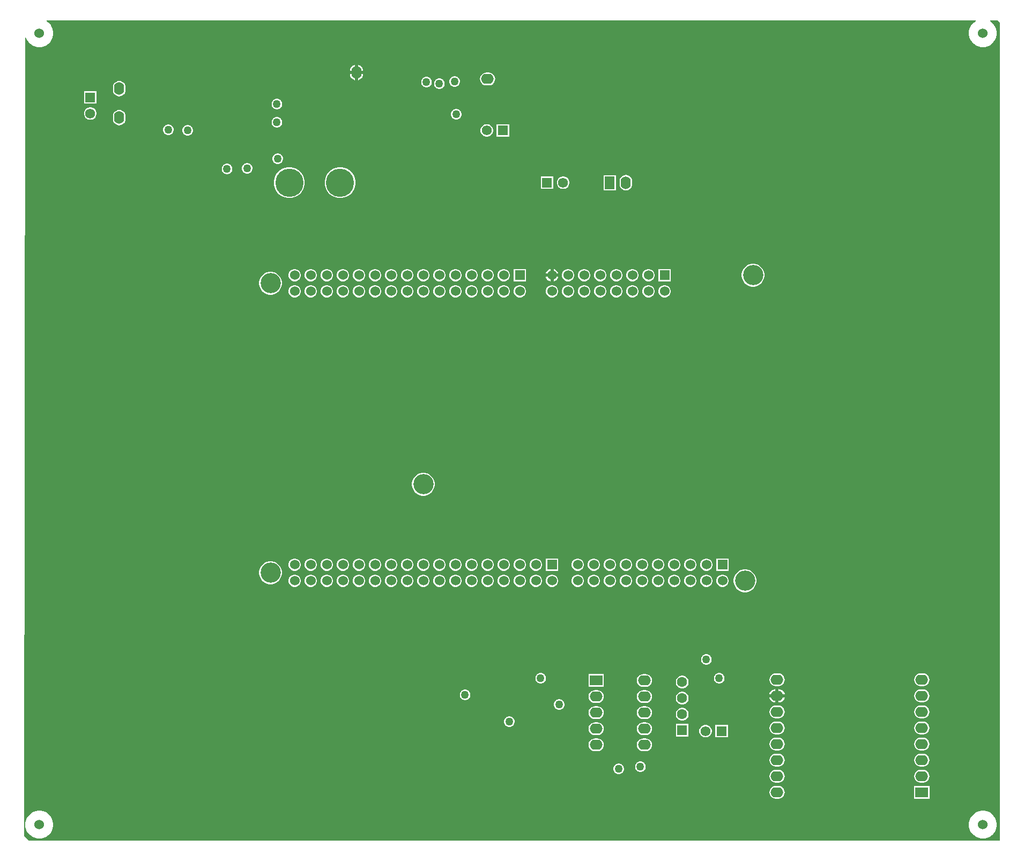
<source format=gbr>
G04*
G04 #@! TF.GenerationSoftware,Altium Limited,Altium Designer,23.0.1 (38)*
G04*
G04 Layer_Physical_Order=4*
G04 Layer_Color=16711680*
%FSLAX25Y25*%
%MOIN*%
G70*
G04*
G04 #@! TF.SameCoordinates,96643D2F-BE8E-4E12-8B93-A60CB91944C5*
G04*
G04*
G04 #@! TF.FilePolarity,Positive*
G04*
G01*
G75*
%ADD29C,0.06181*%
%ADD30R,0.06181X0.06181*%
%ADD31R,0.06181X0.06181*%
%ADD33C,0.06000*%
%ADD34C,0.17559*%
%ADD35R,0.06299X0.07874*%
%ADD36O,0.06299X0.07874*%
%ADD37C,0.06024*%
%ADD38R,0.06024X0.06024*%
%ADD39C,0.12598*%
%ADD40O,0.07874X0.06299*%
%ADD41R,0.07874X0.06299*%
%ADD42R,0.06299X0.06299*%
%ADD43C,0.06299*%
%ADD44C,0.05000*%
G36*
X609000Y510500D02*
Y2000D01*
X5500D01*
X2500Y5000D01*
X2990Y501326D01*
X3483Y501411D01*
X4135Y499834D01*
X5083Y498416D01*
X6290Y497209D01*
X7708Y496261D01*
X9285Y495608D01*
X10958Y495276D01*
X12664D01*
X14337Y495608D01*
X15914Y496261D01*
X17332Y497209D01*
X18539Y498416D01*
X19487Y499834D01*
X20140Y501411D01*
X20472Y503084D01*
Y504790D01*
X20140Y506463D01*
X19487Y508040D01*
X18539Y509458D01*
X17332Y510665D01*
X16082Y511500D01*
X16234Y512000D01*
X594002D01*
X594154Y511500D01*
X592904Y510665D01*
X591697Y509458D01*
X590750Y508040D01*
X590097Y506463D01*
X589764Y504790D01*
Y503084D01*
X590097Y501411D01*
X590750Y499834D01*
X591697Y498416D01*
X592904Y497209D01*
X594322Y496261D01*
X595899Y495608D01*
X597572Y495276D01*
X599278D01*
X600952Y495608D01*
X602528Y496261D01*
X603946Y497209D01*
X605153Y498416D01*
X606101Y499834D01*
X606754Y501411D01*
X607087Y503084D01*
Y504790D01*
X606754Y506463D01*
X606101Y508040D01*
X605153Y509458D01*
X603946Y510665D01*
X602697Y511500D01*
X602848Y512000D01*
X607500D01*
X609000Y510500D01*
D02*
G37*
%LPC*%
G36*
X210000Y484341D02*
Y480500D01*
X213157D01*
X213043Y481371D01*
X212625Y482380D01*
X211960Y483247D01*
X211093Y483912D01*
X210083Y484330D01*
X210000Y484341D01*
D02*
G37*
G36*
X208000D02*
X207917Y484330D01*
X206907Y483912D01*
X206041Y483247D01*
X205375Y482380D01*
X204957Y481371D01*
X204843Y480500D01*
X208000D01*
Y484341D01*
D02*
G37*
G36*
X213157Y478500D02*
X210000D01*
Y474659D01*
X210083Y474670D01*
X211093Y475088D01*
X211960Y475753D01*
X212625Y476620D01*
X213043Y477629D01*
X213157Y478500D01*
D02*
G37*
G36*
X208000D02*
X204843D01*
X204957Y477629D01*
X205375Y476620D01*
X206041Y475753D01*
X206907Y475088D01*
X207917Y474670D01*
X208000Y474659D01*
Y478500D01*
D02*
G37*
G36*
X291287Y479471D02*
X289713D01*
X288685Y479336D01*
X287727Y478939D01*
X286905Y478308D01*
X286274Y477486D01*
X285877Y476528D01*
X285742Y475500D01*
X285877Y474472D01*
X286274Y473515D01*
X286905Y472692D01*
X287727Y472061D01*
X288685Y471664D01*
X289713Y471529D01*
X291287D01*
X292315Y471664D01*
X293273Y472061D01*
X294095Y472692D01*
X294726Y473515D01*
X295123Y474472D01*
X295258Y475500D01*
X295123Y476528D01*
X294726Y477486D01*
X294095Y478308D01*
X293273Y478939D01*
X292315Y479336D01*
X291287Y479471D01*
D02*
G37*
G36*
X270433Y477287D02*
X269567D01*
X268731Y477063D01*
X267982Y476631D01*
X267369Y476018D01*
X266937Y475269D01*
X266713Y474433D01*
Y473567D01*
X266937Y472731D01*
X267369Y471981D01*
X267982Y471369D01*
X268731Y470937D01*
X269567Y470713D01*
X270433D01*
X271269Y470937D01*
X272019Y471369D01*
X272631Y471981D01*
X273063Y472731D01*
X273287Y473567D01*
Y474433D01*
X273063Y475269D01*
X272631Y476018D01*
X272019Y476631D01*
X271269Y477063D01*
X270433Y477287D01*
D02*
G37*
G36*
X252933Y476787D02*
X252067D01*
X251231Y476563D01*
X250482Y476131D01*
X249869Y475519D01*
X249437Y474769D01*
X249213Y473933D01*
Y473067D01*
X249437Y472231D01*
X249869Y471482D01*
X250482Y470869D01*
X251231Y470437D01*
X252067Y470213D01*
X252933D01*
X253769Y470437D01*
X254519Y470869D01*
X255131Y471482D01*
X255563Y472231D01*
X255787Y473067D01*
Y473933D01*
X255563Y474769D01*
X255131Y475519D01*
X254519Y476131D01*
X253769Y476563D01*
X252933Y476787D01*
D02*
G37*
G36*
X260933Y475787D02*
X260067D01*
X259231Y475563D01*
X258482Y475131D01*
X257869Y474518D01*
X257437Y473769D01*
X257213Y472933D01*
Y472067D01*
X257437Y471231D01*
X257869Y470481D01*
X258482Y469869D01*
X259231Y469437D01*
X260067Y469213D01*
X260933D01*
X261769Y469437D01*
X262519Y469869D01*
X263131Y470481D01*
X263563Y471231D01*
X263787Y472067D01*
Y472933D01*
X263563Y473769D01*
X263131Y474518D01*
X262519Y475131D01*
X261769Y475563D01*
X260933Y475787D01*
D02*
G37*
G36*
X61500Y474258D02*
X60472Y474123D01*
X59514Y473726D01*
X58692Y473095D01*
X58061Y472273D01*
X57664Y471315D01*
X57529Y470287D01*
Y468713D01*
X57664Y467685D01*
X58061Y466727D01*
X58692Y465905D01*
X59514Y465274D01*
X60472Y464877D01*
X61500Y464742D01*
X62528Y464877D01*
X63485Y465274D01*
X64308Y465905D01*
X64939Y466727D01*
X65336Y467685D01*
X65471Y468713D01*
Y470287D01*
X65336Y471315D01*
X64939Y472273D01*
X64308Y473095D01*
X63485Y473726D01*
X62528Y474123D01*
X61500Y474258D01*
D02*
G37*
G36*
X47378Y467878D02*
X39622D01*
Y460122D01*
X47378D01*
Y467878D01*
D02*
G37*
G36*
X159933Y463287D02*
X159067D01*
X158231Y463063D01*
X157482Y462631D01*
X156869Y462018D01*
X156437Y461269D01*
X156213Y460433D01*
Y459567D01*
X156437Y458731D01*
X156869Y457981D01*
X157482Y457369D01*
X158231Y456937D01*
X159067Y456713D01*
X159933D01*
X160769Y456937D01*
X161519Y457369D01*
X162131Y457981D01*
X162563Y458731D01*
X162787Y459567D01*
Y460433D01*
X162563Y461269D01*
X162131Y462018D01*
X161519Y462631D01*
X160769Y463063D01*
X159933Y463287D01*
D02*
G37*
G36*
X271433Y456787D02*
X270567D01*
X269731Y456563D01*
X268982Y456131D01*
X268369Y455518D01*
X267937Y454769D01*
X267713Y453933D01*
Y453067D01*
X267937Y452231D01*
X268369Y451481D01*
X268982Y450869D01*
X269731Y450437D01*
X270567Y450213D01*
X271433D01*
X272269Y450437D01*
X273019Y450869D01*
X273631Y451481D01*
X274063Y452231D01*
X274287Y453067D01*
Y453933D01*
X274063Y454769D01*
X273631Y455518D01*
X273019Y456131D01*
X272269Y456563D01*
X271433Y456787D01*
D02*
G37*
G36*
X44010Y457878D02*
X42990D01*
X42003Y457614D01*
X41119Y457103D01*
X40397Y456381D01*
X39886Y455497D01*
X39622Y454510D01*
Y453489D01*
X39886Y452503D01*
X40397Y451619D01*
X41119Y450897D01*
X42003Y450386D01*
X42990Y450122D01*
X44010D01*
X44997Y450386D01*
X45881Y450897D01*
X46603Y451619D01*
X47114Y452503D01*
X47378Y453489D01*
Y454510D01*
X47114Y455497D01*
X46603Y456381D01*
X45881Y457103D01*
X44997Y457614D01*
X44010Y457878D01*
D02*
G37*
G36*
X61500Y456258D02*
X60472Y456123D01*
X59514Y455726D01*
X58692Y455095D01*
X58061Y454273D01*
X57664Y453315D01*
X57529Y452287D01*
Y450713D01*
X57664Y449685D01*
X58061Y448727D01*
X58692Y447905D01*
X59514Y447274D01*
X60472Y446877D01*
X61500Y446742D01*
X62528Y446877D01*
X63485Y447274D01*
X64308Y447905D01*
X64939Y448727D01*
X65336Y449685D01*
X65471Y450713D01*
Y452287D01*
X65336Y453315D01*
X64939Y454273D01*
X64308Y455095D01*
X63485Y455726D01*
X62528Y456123D01*
X61500Y456258D01*
D02*
G37*
G36*
X159933Y451787D02*
X159067D01*
X158231Y451563D01*
X157482Y451131D01*
X156869Y450519D01*
X156437Y449769D01*
X156213Y448933D01*
Y448067D01*
X156437Y447231D01*
X156869Y446482D01*
X157482Y445869D01*
X158231Y445437D01*
X159067Y445213D01*
X159933D01*
X160769Y445437D01*
X161519Y445869D01*
X162131Y446482D01*
X162563Y447231D01*
X162787Y448067D01*
Y448933D01*
X162563Y449769D01*
X162131Y450519D01*
X161519Y451131D01*
X160769Y451563D01*
X159933Y451787D01*
D02*
G37*
G36*
X92433Y447287D02*
X91567D01*
X90731Y447063D01*
X89982Y446631D01*
X89369Y446019D01*
X88937Y445269D01*
X88713Y444433D01*
Y443567D01*
X88937Y442731D01*
X89369Y441982D01*
X89982Y441369D01*
X90731Y440937D01*
X91567Y440713D01*
X92433D01*
X93269Y440937D01*
X94019Y441369D01*
X94631Y441982D01*
X95063Y442731D01*
X95287Y443567D01*
Y444433D01*
X95063Y445269D01*
X94631Y446019D01*
X94019Y446631D01*
X93269Y447063D01*
X92433Y447287D01*
D02*
G37*
G36*
X104433Y446787D02*
X103567D01*
X102731Y446563D01*
X101981Y446131D01*
X101369Y445518D01*
X100937Y444769D01*
X100713Y443933D01*
Y443067D01*
X100937Y442231D01*
X101369Y441481D01*
X101981Y440869D01*
X102731Y440437D01*
X103567Y440213D01*
X104433D01*
X105269Y440437D01*
X106018Y440869D01*
X106631Y441481D01*
X107063Y442231D01*
X107287Y443067D01*
Y443933D01*
X107063Y444769D01*
X106631Y445518D01*
X106018Y446131D01*
X105269Y446563D01*
X104433Y446787D01*
D02*
G37*
G36*
X303878Y447378D02*
X296122D01*
Y439622D01*
X303878D01*
Y447378D01*
D02*
G37*
G36*
X290511D02*
X289490D01*
X288503Y447114D01*
X287619Y446603D01*
X286897Y445881D01*
X286386Y444997D01*
X286122Y444010D01*
Y442989D01*
X286386Y442003D01*
X286897Y441119D01*
X287619Y440397D01*
X288503Y439886D01*
X289490Y439622D01*
X290511D01*
X291497Y439886D01*
X292381Y440397D01*
X293103Y441119D01*
X293614Y442003D01*
X293878Y442989D01*
Y444010D01*
X293614Y444997D01*
X293103Y445881D01*
X292381Y446603D01*
X291497Y447114D01*
X290511Y447378D01*
D02*
G37*
G36*
X160433Y429287D02*
X159567D01*
X158731Y429063D01*
X157982Y428631D01*
X157369Y428019D01*
X156937Y427269D01*
X156713Y426433D01*
Y425567D01*
X156937Y424731D01*
X157369Y423982D01*
X157982Y423369D01*
X158731Y422937D01*
X159567Y422713D01*
X160433D01*
X161269Y422937D01*
X162019Y423369D01*
X162631Y423982D01*
X163063Y424731D01*
X163287Y425567D01*
Y426433D01*
X163063Y427269D01*
X162631Y428019D01*
X162019Y428631D01*
X161269Y429063D01*
X160433Y429287D01*
D02*
G37*
G36*
X141433Y423287D02*
X140567D01*
X139731Y423063D01*
X138981Y422631D01*
X138369Y422018D01*
X137937Y421269D01*
X137713Y420433D01*
Y419567D01*
X137937Y418731D01*
X138369Y417981D01*
X138981Y417369D01*
X139731Y416937D01*
X140567Y416713D01*
X141433D01*
X142269Y416937D01*
X143018Y417369D01*
X143631Y417981D01*
X144063Y418731D01*
X144287Y419567D01*
Y420433D01*
X144063Y421269D01*
X143631Y422018D01*
X143018Y422631D01*
X142269Y423063D01*
X141433Y423287D01*
D02*
G37*
G36*
X128933Y422787D02*
X128067D01*
X127231Y422563D01*
X126481Y422131D01*
X125869Y421519D01*
X125437Y420769D01*
X125213Y419933D01*
Y419067D01*
X125437Y418231D01*
X125869Y417482D01*
X126481Y416869D01*
X127231Y416437D01*
X128067Y416213D01*
X128933D01*
X129769Y416437D01*
X130518Y416869D01*
X131131Y417482D01*
X131563Y418231D01*
X131787Y419067D01*
Y419933D01*
X131563Y420769D01*
X131131Y421519D01*
X130518Y422131D01*
X129769Y422563D01*
X128933Y422787D01*
D02*
G37*
G36*
X338011Y414878D02*
X336989D01*
X336003Y414614D01*
X335119Y414103D01*
X334397Y413381D01*
X333886Y412497D01*
X333622Y411511D01*
Y410490D01*
X333886Y409503D01*
X334397Y408619D01*
X335119Y407897D01*
X336003Y407386D01*
X336989Y407122D01*
X338011D01*
X338997Y407386D01*
X339881Y407897D01*
X340603Y408619D01*
X341114Y409503D01*
X341378Y410490D01*
Y411511D01*
X341114Y412497D01*
X340603Y413381D01*
X339881Y414103D01*
X338997Y414614D01*
X338011Y414878D01*
D02*
G37*
G36*
X331378D02*
X323622D01*
Y407122D01*
X331378D01*
Y414878D01*
D02*
G37*
G36*
X370437Y415724D02*
X362563D01*
Y406276D01*
X370437D01*
Y415724D01*
D02*
G37*
G36*
X376500Y415758D02*
X375472Y415623D01*
X374515Y415226D01*
X373692Y414595D01*
X373061Y413773D01*
X372664Y412815D01*
X372529Y411787D01*
Y410213D01*
X372664Y409185D01*
X373061Y408227D01*
X373692Y407405D01*
X374515Y406774D01*
X375472Y406377D01*
X376500Y406242D01*
X377528Y406377D01*
X378485Y406774D01*
X379308Y407405D01*
X379939Y408227D01*
X380336Y409185D01*
X380471Y410213D01*
Y411787D01*
X380336Y412815D01*
X379939Y413773D01*
X379308Y414595D01*
X378485Y415226D01*
X377528Y415623D01*
X376500Y415758D01*
D02*
G37*
G36*
X199690Y420567D02*
X197806D01*
X195958Y420199D01*
X194216Y419478D01*
X192649Y418431D01*
X191317Y417099D01*
X190270Y415532D01*
X189549Y413791D01*
X189181Y411942D01*
Y410058D01*
X189549Y408209D01*
X190270Y406468D01*
X191317Y404901D01*
X192649Y403569D01*
X194216Y402522D01*
X195958Y401801D01*
X197806Y401433D01*
X199690D01*
X201539Y401801D01*
X203280Y402522D01*
X204847Y403569D01*
X206179Y404901D01*
X207226Y406468D01*
X207947Y408209D01*
X208315Y410058D01*
Y411942D01*
X207947Y413791D01*
X207226Y415532D01*
X206179Y417099D01*
X204847Y418431D01*
X203280Y419478D01*
X201539Y420199D01*
X199690Y420567D01*
D02*
G37*
G36*
X168194D02*
X166310D01*
X164461Y420199D01*
X162720Y419478D01*
X161153Y418431D01*
X159821Y417099D01*
X158774Y415532D01*
X158053Y413791D01*
X157685Y411942D01*
Y410058D01*
X158053Y408209D01*
X158774Y406468D01*
X159821Y404901D01*
X161153Y403569D01*
X162720Y402522D01*
X164461Y401801D01*
X166310Y401433D01*
X168194D01*
X170043Y401801D01*
X171784Y402522D01*
X173351Y403569D01*
X174683Y404901D01*
X175730Y406468D01*
X176451Y408209D01*
X176819Y410058D01*
Y411942D01*
X176451Y413791D01*
X175730Y415532D01*
X174683Y417099D01*
X173351Y418431D01*
X171784Y419478D01*
X170043Y420199D01*
X168194Y420567D01*
D02*
G37*
G36*
X331520Y357385D02*
Y354500D01*
X334405D01*
X334258Y355048D01*
X333730Y355963D01*
X332983Y356710D01*
X332068Y357238D01*
X331520Y357385D01*
D02*
G37*
G36*
X329520D02*
X328971Y357238D01*
X328056Y356710D01*
X327309Y355963D01*
X326781Y355048D01*
X326634Y354500D01*
X329520D01*
Y357385D01*
D02*
G37*
G36*
X404319Y357299D02*
X396721D01*
Y349701D01*
X404319D01*
Y357299D01*
D02*
G37*
G36*
X391020D02*
X390019D01*
X389053Y357040D01*
X388187Y356540D01*
X387480Y355833D01*
X386979Y354966D01*
X386720Y354000D01*
Y353000D01*
X386979Y352034D01*
X387480Y351167D01*
X388187Y350460D01*
X389053Y349960D01*
X390019Y349701D01*
X391020D01*
X391986Y349960D01*
X392852Y350460D01*
X393560Y351167D01*
X394060Y352034D01*
X394319Y353000D01*
Y354000D01*
X394060Y354966D01*
X393560Y355833D01*
X392852Y356540D01*
X391986Y357040D01*
X391020Y357299D01*
D02*
G37*
G36*
X381020D02*
X380019D01*
X379053Y357040D01*
X378187Y356540D01*
X377480Y355833D01*
X376979Y354966D01*
X376720Y354000D01*
Y353000D01*
X376979Y352034D01*
X377480Y351167D01*
X378187Y350460D01*
X379053Y349960D01*
X380019Y349701D01*
X381020D01*
X381986Y349960D01*
X382853Y350460D01*
X383560Y351167D01*
X384060Y352034D01*
X384319Y353000D01*
Y354000D01*
X384060Y354966D01*
X383560Y355833D01*
X382853Y356540D01*
X381986Y357040D01*
X381020Y357299D01*
D02*
G37*
G36*
X371020D02*
X370020D01*
X369053Y357040D01*
X368187Y356540D01*
X367480Y355833D01*
X366979Y354966D01*
X366721Y354000D01*
Y353000D01*
X366979Y352034D01*
X367480Y351167D01*
X368187Y350460D01*
X369053Y349960D01*
X370020Y349701D01*
X371020D01*
X371986Y349960D01*
X372852Y350460D01*
X373560Y351167D01*
X374060Y352034D01*
X374319Y353000D01*
Y354000D01*
X374060Y354966D01*
X373560Y355833D01*
X372852Y356540D01*
X371986Y357040D01*
X371020Y357299D01*
D02*
G37*
G36*
X361020D02*
X360019D01*
X359053Y357040D01*
X358187Y356540D01*
X357480Y355833D01*
X356979Y354966D01*
X356720Y354000D01*
Y353000D01*
X356979Y352034D01*
X357480Y351167D01*
X358187Y350460D01*
X359053Y349960D01*
X360019Y349701D01*
X361020D01*
X361986Y349960D01*
X362853Y350460D01*
X363560Y351167D01*
X364060Y352034D01*
X364319Y353000D01*
Y354000D01*
X364060Y354966D01*
X363560Y355833D01*
X362853Y356540D01*
X361986Y357040D01*
X361020Y357299D01*
D02*
G37*
G36*
X351020D02*
X350020D01*
X349053Y357040D01*
X348187Y356540D01*
X347480Y355833D01*
X346979Y354966D01*
X346721Y354000D01*
Y353000D01*
X346979Y352034D01*
X347480Y351167D01*
X348187Y350460D01*
X349053Y349960D01*
X350020Y349701D01*
X351020D01*
X351986Y349960D01*
X352853Y350460D01*
X353560Y351167D01*
X354060Y352034D01*
X354319Y353000D01*
Y354000D01*
X354060Y354966D01*
X353560Y355833D01*
X352853Y356540D01*
X351986Y357040D01*
X351020Y357299D01*
D02*
G37*
G36*
X341020D02*
X340019D01*
X339053Y357040D01*
X338187Y356540D01*
X337480Y355833D01*
X336979Y354966D01*
X336720Y354000D01*
Y353000D01*
X336979Y352034D01*
X337480Y351167D01*
X338187Y350460D01*
X339053Y349960D01*
X340019Y349701D01*
X341020D01*
X341986Y349960D01*
X342852Y350460D01*
X343560Y351167D01*
X344060Y352034D01*
X344319Y353000D01*
Y354000D01*
X344060Y354966D01*
X343560Y355833D01*
X342852Y356540D01*
X341986Y357040D01*
X341020Y357299D01*
D02*
G37*
G36*
X314319D02*
X306720D01*
Y349701D01*
X314319D01*
Y357299D01*
D02*
G37*
G36*
X301020D02*
X300020D01*
X299053Y357040D01*
X298187Y356540D01*
X297480Y355833D01*
X296979Y354966D01*
X296721Y354000D01*
Y353000D01*
X296979Y352034D01*
X297480Y351167D01*
X298187Y350460D01*
X299053Y349960D01*
X300020Y349701D01*
X301020D01*
X301986Y349960D01*
X302853Y350460D01*
X303560Y351167D01*
X304060Y352034D01*
X304319Y353000D01*
Y354000D01*
X304060Y354966D01*
X303560Y355833D01*
X302853Y356540D01*
X301986Y357040D01*
X301020Y357299D01*
D02*
G37*
G36*
X291020D02*
X290019D01*
X289053Y357040D01*
X288187Y356540D01*
X287480Y355833D01*
X286979Y354966D01*
X286720Y354000D01*
Y353000D01*
X286979Y352034D01*
X287480Y351167D01*
X288187Y350460D01*
X289053Y349960D01*
X290019Y349701D01*
X291020D01*
X291986Y349960D01*
X292852Y350460D01*
X293560Y351167D01*
X294060Y352034D01*
X294319Y353000D01*
Y354000D01*
X294060Y354966D01*
X293560Y355833D01*
X292852Y356540D01*
X291986Y357040D01*
X291020Y357299D01*
D02*
G37*
G36*
X281020D02*
X280019D01*
X279053Y357040D01*
X278187Y356540D01*
X277480Y355833D01*
X276979Y354966D01*
X276720Y354000D01*
Y353000D01*
X276979Y352034D01*
X277480Y351167D01*
X278187Y350460D01*
X279053Y349960D01*
X280019Y349701D01*
X281020D01*
X281986Y349960D01*
X282853Y350460D01*
X283560Y351167D01*
X284060Y352034D01*
X284319Y353000D01*
Y354000D01*
X284060Y354966D01*
X283560Y355833D01*
X282853Y356540D01*
X281986Y357040D01*
X281020Y357299D01*
D02*
G37*
G36*
X271020D02*
X270020D01*
X269053Y357040D01*
X268187Y356540D01*
X267480Y355833D01*
X266979Y354966D01*
X266721Y354000D01*
Y353000D01*
X266979Y352034D01*
X267480Y351167D01*
X268187Y350460D01*
X269053Y349960D01*
X270020Y349701D01*
X271020D01*
X271986Y349960D01*
X272852Y350460D01*
X273560Y351167D01*
X274060Y352034D01*
X274319Y353000D01*
Y354000D01*
X274060Y354966D01*
X273560Y355833D01*
X272852Y356540D01*
X271986Y357040D01*
X271020Y357299D01*
D02*
G37*
G36*
X261020D02*
X260019D01*
X259053Y357040D01*
X258187Y356540D01*
X257480Y355833D01*
X256979Y354966D01*
X256720Y354000D01*
Y353000D01*
X256979Y352034D01*
X257480Y351167D01*
X258187Y350460D01*
X259053Y349960D01*
X260019Y349701D01*
X261020D01*
X261986Y349960D01*
X262853Y350460D01*
X263560Y351167D01*
X264060Y352034D01*
X264319Y353000D01*
Y354000D01*
X264060Y354966D01*
X263560Y355833D01*
X262853Y356540D01*
X261986Y357040D01*
X261020Y357299D01*
D02*
G37*
G36*
X251020D02*
X250020D01*
X249053Y357040D01*
X248187Y356540D01*
X247480Y355833D01*
X246979Y354966D01*
X246721Y354000D01*
Y353000D01*
X246979Y352034D01*
X247480Y351167D01*
X248187Y350460D01*
X249053Y349960D01*
X250020Y349701D01*
X251020D01*
X251986Y349960D01*
X252853Y350460D01*
X253560Y351167D01*
X254060Y352034D01*
X254319Y353000D01*
Y354000D01*
X254060Y354966D01*
X253560Y355833D01*
X252853Y356540D01*
X251986Y357040D01*
X251020Y357299D01*
D02*
G37*
G36*
X241020D02*
X240019D01*
X239053Y357040D01*
X238187Y356540D01*
X237480Y355833D01*
X236979Y354966D01*
X236720Y354000D01*
Y353000D01*
X236979Y352034D01*
X237480Y351167D01*
X238187Y350460D01*
X239053Y349960D01*
X240019Y349701D01*
X241020D01*
X241986Y349960D01*
X242852Y350460D01*
X243560Y351167D01*
X244060Y352034D01*
X244319Y353000D01*
Y354000D01*
X244060Y354966D01*
X243560Y355833D01*
X242852Y356540D01*
X241986Y357040D01*
X241020Y357299D01*
D02*
G37*
G36*
X231020D02*
X230019D01*
X229053Y357040D01*
X228187Y356540D01*
X227480Y355833D01*
X226979Y354966D01*
X226720Y354000D01*
Y353000D01*
X226979Y352034D01*
X227480Y351167D01*
X228187Y350460D01*
X229053Y349960D01*
X230019Y349701D01*
X231020D01*
X231986Y349960D01*
X232853Y350460D01*
X233560Y351167D01*
X234060Y352034D01*
X234319Y353000D01*
Y354000D01*
X234060Y354966D01*
X233560Y355833D01*
X232853Y356540D01*
X231986Y357040D01*
X231020Y357299D01*
D02*
G37*
G36*
X221020D02*
X220020D01*
X219053Y357040D01*
X218187Y356540D01*
X217480Y355833D01*
X216979Y354966D01*
X216721Y354000D01*
Y353000D01*
X216979Y352034D01*
X217480Y351167D01*
X218187Y350460D01*
X219053Y349960D01*
X220020Y349701D01*
X221020D01*
X221986Y349960D01*
X222852Y350460D01*
X223560Y351167D01*
X224060Y352034D01*
X224319Y353000D01*
Y354000D01*
X224060Y354966D01*
X223560Y355833D01*
X222852Y356540D01*
X221986Y357040D01*
X221020Y357299D01*
D02*
G37*
G36*
X211020D02*
X210019D01*
X209053Y357040D01*
X208187Y356540D01*
X207480Y355833D01*
X206979Y354966D01*
X206720Y354000D01*
Y353000D01*
X206979Y352034D01*
X207480Y351167D01*
X208187Y350460D01*
X209053Y349960D01*
X210019Y349701D01*
X211020D01*
X211986Y349960D01*
X212853Y350460D01*
X213560Y351167D01*
X214060Y352034D01*
X214319Y353000D01*
Y354000D01*
X214060Y354966D01*
X213560Y355833D01*
X212853Y356540D01*
X211986Y357040D01*
X211020Y357299D01*
D02*
G37*
G36*
X201020D02*
X200020D01*
X199053Y357040D01*
X198187Y356540D01*
X197480Y355833D01*
X196979Y354966D01*
X196721Y354000D01*
Y353000D01*
X196979Y352034D01*
X197480Y351167D01*
X198187Y350460D01*
X199053Y349960D01*
X200020Y349701D01*
X201020D01*
X201986Y349960D01*
X202853Y350460D01*
X203560Y351167D01*
X204060Y352034D01*
X204319Y353000D01*
Y354000D01*
X204060Y354966D01*
X203560Y355833D01*
X202853Y356540D01*
X201986Y357040D01*
X201020Y357299D01*
D02*
G37*
G36*
X191020D02*
X190020D01*
X189053Y357040D01*
X188187Y356540D01*
X187480Y355833D01*
X186979Y354966D01*
X186721Y354000D01*
Y353000D01*
X186979Y352034D01*
X187480Y351167D01*
X188187Y350460D01*
X189053Y349960D01*
X190020Y349701D01*
X191020D01*
X191986Y349960D01*
X192852Y350460D01*
X193560Y351167D01*
X194060Y352034D01*
X194319Y353000D01*
Y354000D01*
X194060Y354966D01*
X193560Y355833D01*
X192852Y356540D01*
X191986Y357040D01*
X191020Y357299D01*
D02*
G37*
G36*
X181020D02*
X180019D01*
X179053Y357040D01*
X178187Y356540D01*
X177480Y355833D01*
X176979Y354966D01*
X176720Y354000D01*
Y353000D01*
X176979Y352034D01*
X177480Y351167D01*
X178187Y350460D01*
X179053Y349960D01*
X180019Y349701D01*
X181020D01*
X181986Y349960D01*
X182852Y350460D01*
X183560Y351167D01*
X184060Y352034D01*
X184319Y353000D01*
Y354000D01*
X184060Y354966D01*
X183560Y355833D01*
X182852Y356540D01*
X181986Y357040D01*
X181020Y357299D01*
D02*
G37*
G36*
X171020D02*
X170019D01*
X169053Y357040D01*
X168187Y356540D01*
X167480Y355833D01*
X166979Y354966D01*
X166720Y354000D01*
Y353000D01*
X166979Y352034D01*
X167480Y351167D01*
X168187Y350460D01*
X169053Y349960D01*
X170019Y349701D01*
X171020D01*
X171986Y349960D01*
X172853Y350460D01*
X173560Y351167D01*
X174060Y352034D01*
X174319Y353000D01*
Y354000D01*
X174060Y354966D01*
X173560Y355833D01*
X172853Y356540D01*
X171986Y357040D01*
X171020Y357299D01*
D02*
G37*
G36*
X329520Y352500D02*
X326634D01*
X326781Y351952D01*
X327309Y351037D01*
X328056Y350290D01*
X328971Y349762D01*
X329520Y349615D01*
Y352500D01*
D02*
G37*
G36*
X334405D02*
X331520D01*
Y349615D01*
X332068Y349762D01*
X332983Y350290D01*
X333730Y351037D01*
X334258Y351952D01*
X334405Y352500D01*
D02*
G37*
G36*
X456218Y360587D02*
X454822D01*
X453453Y360314D01*
X452163Y359780D01*
X451002Y359004D01*
X450015Y358017D01*
X449240Y356857D01*
X448705Y355567D01*
X448433Y354198D01*
Y352802D01*
X448705Y351433D01*
X449240Y350143D01*
X450015Y348983D01*
X451002Y347995D01*
X452163Y347220D01*
X453453Y346686D01*
X454822Y346413D01*
X456218D01*
X457587Y346686D01*
X458877Y347220D01*
X460037Y347995D01*
X461024Y348983D01*
X461800Y350143D01*
X462334Y351433D01*
X462606Y352802D01*
Y354198D01*
X462334Y355567D01*
X461800Y356857D01*
X461024Y358017D01*
X460037Y359004D01*
X458877Y359780D01*
X457587Y360314D01*
X456218Y360587D01*
D02*
G37*
G36*
X156218Y355587D02*
X154822D01*
X153453Y355314D01*
X152163Y354780D01*
X151002Y354005D01*
X150015Y353017D01*
X149240Y351857D01*
X148705Y350567D01*
X148433Y349198D01*
Y347802D01*
X148705Y346433D01*
X149240Y345143D01*
X150015Y343983D01*
X151002Y342996D01*
X152163Y342220D01*
X153453Y341686D01*
X154822Y341413D01*
X156218D01*
X157587Y341686D01*
X158877Y342220D01*
X160037Y342996D01*
X161024Y343983D01*
X161800Y345143D01*
X162334Y346433D01*
X162606Y347802D01*
Y349198D01*
X162334Y350567D01*
X161800Y351857D01*
X161024Y353017D01*
X160037Y354005D01*
X158877Y354780D01*
X157587Y355314D01*
X156218Y355587D01*
D02*
G37*
G36*
X401020Y347299D02*
X400020D01*
X399053Y347040D01*
X398187Y346540D01*
X397480Y345833D01*
X396979Y344966D01*
X396721Y344000D01*
Y343000D01*
X396979Y342034D01*
X397480Y341167D01*
X398187Y340460D01*
X399053Y339960D01*
X400020Y339701D01*
X401020D01*
X401986Y339960D01*
X402852Y340460D01*
X403560Y341167D01*
X404060Y342034D01*
X404319Y343000D01*
Y344000D01*
X404060Y344966D01*
X403560Y345833D01*
X402852Y346540D01*
X401986Y347040D01*
X401020Y347299D01*
D02*
G37*
G36*
X391020D02*
X390019D01*
X389053Y347040D01*
X388187Y346540D01*
X387480Y345833D01*
X386979Y344966D01*
X386720Y344000D01*
Y343000D01*
X386979Y342034D01*
X387480Y341167D01*
X388187Y340460D01*
X389053Y339960D01*
X390019Y339701D01*
X391020D01*
X391986Y339960D01*
X392852Y340460D01*
X393560Y341167D01*
X394060Y342034D01*
X394319Y343000D01*
Y344000D01*
X394060Y344966D01*
X393560Y345833D01*
X392852Y346540D01*
X391986Y347040D01*
X391020Y347299D01*
D02*
G37*
G36*
X381020D02*
X380019D01*
X379053Y347040D01*
X378187Y346540D01*
X377480Y345833D01*
X376979Y344966D01*
X376720Y344000D01*
Y343000D01*
X376979Y342034D01*
X377480Y341167D01*
X378187Y340460D01*
X379053Y339960D01*
X380019Y339701D01*
X381020D01*
X381986Y339960D01*
X382853Y340460D01*
X383560Y341167D01*
X384060Y342034D01*
X384319Y343000D01*
Y344000D01*
X384060Y344966D01*
X383560Y345833D01*
X382853Y346540D01*
X381986Y347040D01*
X381020Y347299D01*
D02*
G37*
G36*
X371020D02*
X370020D01*
X369053Y347040D01*
X368187Y346540D01*
X367480Y345833D01*
X366979Y344966D01*
X366721Y344000D01*
Y343000D01*
X366979Y342034D01*
X367480Y341167D01*
X368187Y340460D01*
X369053Y339960D01*
X370020Y339701D01*
X371020D01*
X371986Y339960D01*
X372852Y340460D01*
X373560Y341167D01*
X374060Y342034D01*
X374319Y343000D01*
Y344000D01*
X374060Y344966D01*
X373560Y345833D01*
X372852Y346540D01*
X371986Y347040D01*
X371020Y347299D01*
D02*
G37*
G36*
X361020D02*
X360019D01*
X359053Y347040D01*
X358187Y346540D01*
X357480Y345833D01*
X356979Y344966D01*
X356720Y344000D01*
Y343000D01*
X356979Y342034D01*
X357480Y341167D01*
X358187Y340460D01*
X359053Y339960D01*
X360019Y339701D01*
X361020D01*
X361986Y339960D01*
X362853Y340460D01*
X363560Y341167D01*
X364060Y342034D01*
X364319Y343000D01*
Y344000D01*
X364060Y344966D01*
X363560Y345833D01*
X362853Y346540D01*
X361986Y347040D01*
X361020Y347299D01*
D02*
G37*
G36*
X351020D02*
X350020D01*
X349053Y347040D01*
X348187Y346540D01*
X347480Y345833D01*
X346979Y344966D01*
X346721Y344000D01*
Y343000D01*
X346979Y342034D01*
X347480Y341167D01*
X348187Y340460D01*
X349053Y339960D01*
X350020Y339701D01*
X351020D01*
X351986Y339960D01*
X352853Y340460D01*
X353560Y341167D01*
X354060Y342034D01*
X354319Y343000D01*
Y344000D01*
X354060Y344966D01*
X353560Y345833D01*
X352853Y346540D01*
X351986Y347040D01*
X351020Y347299D01*
D02*
G37*
G36*
X341020D02*
X340019D01*
X339053Y347040D01*
X338187Y346540D01*
X337480Y345833D01*
X336979Y344966D01*
X336720Y344000D01*
Y343000D01*
X336979Y342034D01*
X337480Y341167D01*
X338187Y340460D01*
X339053Y339960D01*
X340019Y339701D01*
X341020D01*
X341986Y339960D01*
X342852Y340460D01*
X343560Y341167D01*
X344060Y342034D01*
X344319Y343000D01*
Y344000D01*
X344060Y344966D01*
X343560Y345833D01*
X342852Y346540D01*
X341986Y347040D01*
X341020Y347299D01*
D02*
G37*
G36*
X331020D02*
X330019D01*
X329053Y347040D01*
X328187Y346540D01*
X327480Y345833D01*
X326979Y344966D01*
X326720Y344000D01*
Y343000D01*
X326979Y342034D01*
X327480Y341167D01*
X328187Y340460D01*
X329053Y339960D01*
X330019Y339701D01*
X331020D01*
X331986Y339960D01*
X332853Y340460D01*
X333560Y341167D01*
X334060Y342034D01*
X334319Y343000D01*
Y344000D01*
X334060Y344966D01*
X333560Y345833D01*
X332853Y346540D01*
X331986Y347040D01*
X331020Y347299D01*
D02*
G37*
G36*
X311020D02*
X310019D01*
X309053Y347040D01*
X308187Y346540D01*
X307480Y345833D01*
X306979Y344966D01*
X306720Y344000D01*
Y343000D01*
X306979Y342034D01*
X307480Y341167D01*
X308187Y340460D01*
X309053Y339960D01*
X310019Y339701D01*
X311020D01*
X311986Y339960D01*
X312853Y340460D01*
X313560Y341167D01*
X314060Y342034D01*
X314319Y343000D01*
Y344000D01*
X314060Y344966D01*
X313560Y345833D01*
X312853Y346540D01*
X311986Y347040D01*
X311020Y347299D01*
D02*
G37*
G36*
X301020D02*
X300020D01*
X299053Y347040D01*
X298187Y346540D01*
X297480Y345833D01*
X296979Y344966D01*
X296721Y344000D01*
Y343000D01*
X296979Y342034D01*
X297480Y341167D01*
X298187Y340460D01*
X299053Y339960D01*
X300020Y339701D01*
X301020D01*
X301986Y339960D01*
X302853Y340460D01*
X303560Y341167D01*
X304060Y342034D01*
X304319Y343000D01*
Y344000D01*
X304060Y344966D01*
X303560Y345833D01*
X302853Y346540D01*
X301986Y347040D01*
X301020Y347299D01*
D02*
G37*
G36*
X291020D02*
X290019D01*
X289053Y347040D01*
X288187Y346540D01*
X287480Y345833D01*
X286979Y344966D01*
X286720Y344000D01*
Y343000D01*
X286979Y342034D01*
X287480Y341167D01*
X288187Y340460D01*
X289053Y339960D01*
X290019Y339701D01*
X291020D01*
X291986Y339960D01*
X292852Y340460D01*
X293560Y341167D01*
X294060Y342034D01*
X294319Y343000D01*
Y344000D01*
X294060Y344966D01*
X293560Y345833D01*
X292852Y346540D01*
X291986Y347040D01*
X291020Y347299D01*
D02*
G37*
G36*
X281020D02*
X280019D01*
X279053Y347040D01*
X278187Y346540D01*
X277480Y345833D01*
X276979Y344966D01*
X276720Y344000D01*
Y343000D01*
X276979Y342034D01*
X277480Y341167D01*
X278187Y340460D01*
X279053Y339960D01*
X280019Y339701D01*
X281020D01*
X281986Y339960D01*
X282853Y340460D01*
X283560Y341167D01*
X284060Y342034D01*
X284319Y343000D01*
Y344000D01*
X284060Y344966D01*
X283560Y345833D01*
X282853Y346540D01*
X281986Y347040D01*
X281020Y347299D01*
D02*
G37*
G36*
X271020D02*
X270020D01*
X269053Y347040D01*
X268187Y346540D01*
X267480Y345833D01*
X266979Y344966D01*
X266721Y344000D01*
Y343000D01*
X266979Y342034D01*
X267480Y341167D01*
X268187Y340460D01*
X269053Y339960D01*
X270020Y339701D01*
X271020D01*
X271986Y339960D01*
X272852Y340460D01*
X273560Y341167D01*
X274060Y342034D01*
X274319Y343000D01*
Y344000D01*
X274060Y344966D01*
X273560Y345833D01*
X272852Y346540D01*
X271986Y347040D01*
X271020Y347299D01*
D02*
G37*
G36*
X261020D02*
X260019D01*
X259053Y347040D01*
X258187Y346540D01*
X257480Y345833D01*
X256979Y344966D01*
X256720Y344000D01*
Y343000D01*
X256979Y342034D01*
X257480Y341167D01*
X258187Y340460D01*
X259053Y339960D01*
X260019Y339701D01*
X261020D01*
X261986Y339960D01*
X262853Y340460D01*
X263560Y341167D01*
X264060Y342034D01*
X264319Y343000D01*
Y344000D01*
X264060Y344966D01*
X263560Y345833D01*
X262853Y346540D01*
X261986Y347040D01*
X261020Y347299D01*
D02*
G37*
G36*
X251020D02*
X250020D01*
X249053Y347040D01*
X248187Y346540D01*
X247480Y345833D01*
X246979Y344966D01*
X246721Y344000D01*
Y343000D01*
X246979Y342034D01*
X247480Y341167D01*
X248187Y340460D01*
X249053Y339960D01*
X250020Y339701D01*
X251020D01*
X251986Y339960D01*
X252853Y340460D01*
X253560Y341167D01*
X254060Y342034D01*
X254319Y343000D01*
Y344000D01*
X254060Y344966D01*
X253560Y345833D01*
X252853Y346540D01*
X251986Y347040D01*
X251020Y347299D01*
D02*
G37*
G36*
X241020D02*
X240019D01*
X239053Y347040D01*
X238187Y346540D01*
X237480Y345833D01*
X236979Y344966D01*
X236720Y344000D01*
Y343000D01*
X236979Y342034D01*
X237480Y341167D01*
X238187Y340460D01*
X239053Y339960D01*
X240019Y339701D01*
X241020D01*
X241986Y339960D01*
X242852Y340460D01*
X243560Y341167D01*
X244060Y342034D01*
X244319Y343000D01*
Y344000D01*
X244060Y344966D01*
X243560Y345833D01*
X242852Y346540D01*
X241986Y347040D01*
X241020Y347299D01*
D02*
G37*
G36*
X231020D02*
X230019D01*
X229053Y347040D01*
X228187Y346540D01*
X227480Y345833D01*
X226979Y344966D01*
X226720Y344000D01*
Y343000D01*
X226979Y342034D01*
X227480Y341167D01*
X228187Y340460D01*
X229053Y339960D01*
X230019Y339701D01*
X231020D01*
X231986Y339960D01*
X232853Y340460D01*
X233560Y341167D01*
X234060Y342034D01*
X234319Y343000D01*
Y344000D01*
X234060Y344966D01*
X233560Y345833D01*
X232853Y346540D01*
X231986Y347040D01*
X231020Y347299D01*
D02*
G37*
G36*
X221020D02*
X220020D01*
X219053Y347040D01*
X218187Y346540D01*
X217480Y345833D01*
X216979Y344966D01*
X216721Y344000D01*
Y343000D01*
X216979Y342034D01*
X217480Y341167D01*
X218187Y340460D01*
X219053Y339960D01*
X220020Y339701D01*
X221020D01*
X221986Y339960D01*
X222852Y340460D01*
X223560Y341167D01*
X224060Y342034D01*
X224319Y343000D01*
Y344000D01*
X224060Y344966D01*
X223560Y345833D01*
X222852Y346540D01*
X221986Y347040D01*
X221020Y347299D01*
D02*
G37*
G36*
X211020D02*
X210019D01*
X209053Y347040D01*
X208187Y346540D01*
X207480Y345833D01*
X206979Y344966D01*
X206720Y344000D01*
Y343000D01*
X206979Y342034D01*
X207480Y341167D01*
X208187Y340460D01*
X209053Y339960D01*
X210019Y339701D01*
X211020D01*
X211986Y339960D01*
X212853Y340460D01*
X213560Y341167D01*
X214060Y342034D01*
X214319Y343000D01*
Y344000D01*
X214060Y344966D01*
X213560Y345833D01*
X212853Y346540D01*
X211986Y347040D01*
X211020Y347299D01*
D02*
G37*
G36*
X201020D02*
X200020D01*
X199053Y347040D01*
X198187Y346540D01*
X197480Y345833D01*
X196979Y344966D01*
X196721Y344000D01*
Y343000D01*
X196979Y342034D01*
X197480Y341167D01*
X198187Y340460D01*
X199053Y339960D01*
X200020Y339701D01*
X201020D01*
X201986Y339960D01*
X202853Y340460D01*
X203560Y341167D01*
X204060Y342034D01*
X204319Y343000D01*
Y344000D01*
X204060Y344966D01*
X203560Y345833D01*
X202853Y346540D01*
X201986Y347040D01*
X201020Y347299D01*
D02*
G37*
G36*
X191020D02*
X190020D01*
X189053Y347040D01*
X188187Y346540D01*
X187480Y345833D01*
X186979Y344966D01*
X186721Y344000D01*
Y343000D01*
X186979Y342034D01*
X187480Y341167D01*
X188187Y340460D01*
X189053Y339960D01*
X190020Y339701D01*
X191020D01*
X191986Y339960D01*
X192852Y340460D01*
X193560Y341167D01*
X194060Y342034D01*
X194319Y343000D01*
Y344000D01*
X194060Y344966D01*
X193560Y345833D01*
X192852Y346540D01*
X191986Y347040D01*
X191020Y347299D01*
D02*
G37*
G36*
X181020D02*
X180019D01*
X179053Y347040D01*
X178187Y346540D01*
X177480Y345833D01*
X176979Y344966D01*
X176720Y344000D01*
Y343000D01*
X176979Y342034D01*
X177480Y341167D01*
X178187Y340460D01*
X179053Y339960D01*
X180019Y339701D01*
X181020D01*
X181986Y339960D01*
X182852Y340460D01*
X183560Y341167D01*
X184060Y342034D01*
X184319Y343000D01*
Y344000D01*
X184060Y344966D01*
X183560Y345833D01*
X182852Y346540D01*
X181986Y347040D01*
X181020Y347299D01*
D02*
G37*
G36*
X171020D02*
X170019D01*
X169053Y347040D01*
X168187Y346540D01*
X167480Y345833D01*
X166979Y344966D01*
X166720Y344000D01*
Y343000D01*
X166979Y342034D01*
X167480Y341167D01*
X168187Y340460D01*
X169053Y339960D01*
X170019Y339701D01*
X171020D01*
X171986Y339960D01*
X172853Y340460D01*
X173560Y341167D01*
X174060Y342034D01*
X174319Y343000D01*
Y344000D01*
X174060Y344966D01*
X173560Y345833D01*
X172853Y346540D01*
X171986Y347040D01*
X171020Y347299D01*
D02*
G37*
G36*
X251218Y230587D02*
X249822D01*
X248453Y230314D01*
X247163Y229780D01*
X246002Y229005D01*
X245015Y228017D01*
X244240Y226857D01*
X243705Y225567D01*
X243433Y224198D01*
Y222802D01*
X243705Y221433D01*
X244240Y220143D01*
X245015Y218983D01*
X246002Y217996D01*
X247163Y217220D01*
X248453Y216686D01*
X249822Y216413D01*
X251218D01*
X252587Y216686D01*
X253876Y217220D01*
X255037Y217996D01*
X256024Y218983D01*
X256800Y220143D01*
X257334Y221433D01*
X257606Y222802D01*
Y224198D01*
X257334Y225567D01*
X256800Y226857D01*
X256024Y228017D01*
X255037Y229005D01*
X253876Y229780D01*
X252587Y230314D01*
X251218Y230587D01*
D02*
G37*
G36*
X440319Y177299D02*
X432721D01*
Y169701D01*
X440319D01*
Y177299D01*
D02*
G37*
G36*
X427020D02*
X426019D01*
X425053Y177040D01*
X424187Y176540D01*
X423480Y175833D01*
X422979Y174966D01*
X422720Y174000D01*
Y173000D01*
X422979Y172034D01*
X423480Y171167D01*
X424187Y170460D01*
X425053Y169960D01*
X426019Y169701D01*
X427020D01*
X427986Y169960D01*
X428853Y170460D01*
X429560Y171167D01*
X430060Y172034D01*
X430319Y173000D01*
Y174000D01*
X430060Y174966D01*
X429560Y175833D01*
X428853Y176540D01*
X427986Y177040D01*
X427020Y177299D01*
D02*
G37*
G36*
X417020D02*
X416019D01*
X415053Y177040D01*
X414187Y176540D01*
X413480Y175833D01*
X412979Y174966D01*
X412720Y174000D01*
Y173000D01*
X412979Y172034D01*
X413480Y171167D01*
X414187Y170460D01*
X415053Y169960D01*
X416019Y169701D01*
X417020D01*
X417986Y169960D01*
X418853Y170460D01*
X419560Y171167D01*
X420060Y172034D01*
X420319Y173000D01*
Y174000D01*
X420060Y174966D01*
X419560Y175833D01*
X418853Y176540D01*
X417986Y177040D01*
X417020Y177299D01*
D02*
G37*
G36*
X407020D02*
X406019D01*
X405053Y177040D01*
X404187Y176540D01*
X403480Y175833D01*
X402979Y174966D01*
X402720Y174000D01*
Y173000D01*
X402979Y172034D01*
X403480Y171167D01*
X404187Y170460D01*
X405053Y169960D01*
X406019Y169701D01*
X407020D01*
X407986Y169960D01*
X408852Y170460D01*
X409560Y171167D01*
X410060Y172034D01*
X410319Y173000D01*
Y174000D01*
X410060Y174966D01*
X409560Y175833D01*
X408852Y176540D01*
X407986Y177040D01*
X407020Y177299D01*
D02*
G37*
G36*
X397020D02*
X396020D01*
X395053Y177040D01*
X394187Y176540D01*
X393480Y175833D01*
X392979Y174966D01*
X392721Y174000D01*
Y173000D01*
X392979Y172034D01*
X393480Y171167D01*
X394187Y170460D01*
X395053Y169960D01*
X396020Y169701D01*
X397020D01*
X397986Y169960D01*
X398852Y170460D01*
X399560Y171167D01*
X400060Y172034D01*
X400319Y173000D01*
Y174000D01*
X400060Y174966D01*
X399560Y175833D01*
X398852Y176540D01*
X397986Y177040D01*
X397020Y177299D01*
D02*
G37*
G36*
X387020D02*
X386019D01*
X385053Y177040D01*
X384187Y176540D01*
X383480Y175833D01*
X382979Y174966D01*
X382720Y174000D01*
Y173000D01*
X382979Y172034D01*
X383480Y171167D01*
X384187Y170460D01*
X385053Y169960D01*
X386019Y169701D01*
X387020D01*
X387986Y169960D01*
X388853Y170460D01*
X389560Y171167D01*
X390060Y172034D01*
X390319Y173000D01*
Y174000D01*
X390060Y174966D01*
X389560Y175833D01*
X388853Y176540D01*
X387986Y177040D01*
X387020Y177299D01*
D02*
G37*
G36*
X377020D02*
X376020D01*
X375053Y177040D01*
X374187Y176540D01*
X373480Y175833D01*
X372979Y174966D01*
X372721Y174000D01*
Y173000D01*
X372979Y172034D01*
X373480Y171167D01*
X374187Y170460D01*
X375053Y169960D01*
X376020Y169701D01*
X377020D01*
X377986Y169960D01*
X378853Y170460D01*
X379560Y171167D01*
X380060Y172034D01*
X380319Y173000D01*
Y174000D01*
X380060Y174966D01*
X379560Y175833D01*
X378853Y176540D01*
X377986Y177040D01*
X377020Y177299D01*
D02*
G37*
G36*
X367020D02*
X366020D01*
X365053Y177040D01*
X364187Y176540D01*
X363480Y175833D01*
X362979Y174966D01*
X362720Y174000D01*
Y173000D01*
X362979Y172034D01*
X363480Y171167D01*
X364187Y170460D01*
X365053Y169960D01*
X366020Y169701D01*
X367020D01*
X367986Y169960D01*
X368852Y170460D01*
X369560Y171167D01*
X370060Y172034D01*
X370319Y173000D01*
Y174000D01*
X370060Y174966D01*
X369560Y175833D01*
X368852Y176540D01*
X367986Y177040D01*
X367020Y177299D01*
D02*
G37*
G36*
X357020D02*
X356019D01*
X355053Y177040D01*
X354187Y176540D01*
X353480Y175833D01*
X352979Y174966D01*
X352720Y174000D01*
Y173000D01*
X352979Y172034D01*
X353480Y171167D01*
X354187Y170460D01*
X355053Y169960D01*
X356019Y169701D01*
X357020D01*
X357986Y169960D01*
X358853Y170460D01*
X359560Y171167D01*
X360060Y172034D01*
X360319Y173000D01*
Y174000D01*
X360060Y174966D01*
X359560Y175833D01*
X358853Y176540D01*
X357986Y177040D01*
X357020Y177299D01*
D02*
G37*
G36*
X347020D02*
X346020D01*
X345053Y177040D01*
X344187Y176540D01*
X343480Y175833D01*
X342979Y174966D01*
X342721Y174000D01*
Y173000D01*
X342979Y172034D01*
X343480Y171167D01*
X344187Y170460D01*
X345053Y169960D01*
X346020Y169701D01*
X347020D01*
X347986Y169960D01*
X348852Y170460D01*
X349560Y171167D01*
X350060Y172034D01*
X350319Y173000D01*
Y174000D01*
X350060Y174966D01*
X349560Y175833D01*
X348852Y176540D01*
X347986Y177040D01*
X347020Y177299D01*
D02*
G37*
G36*
X334319D02*
X326720D01*
Y169701D01*
X334319D01*
Y177299D01*
D02*
G37*
G36*
X321020D02*
X320020D01*
X319053Y177040D01*
X318187Y176540D01*
X317480Y175833D01*
X316979Y174966D01*
X316721Y174000D01*
Y173000D01*
X316979Y172034D01*
X317480Y171167D01*
X318187Y170460D01*
X319053Y169960D01*
X320020Y169701D01*
X321020D01*
X321986Y169960D01*
X322852Y170460D01*
X323560Y171167D01*
X324060Y172034D01*
X324319Y173000D01*
Y174000D01*
X324060Y174966D01*
X323560Y175833D01*
X322852Y176540D01*
X321986Y177040D01*
X321020Y177299D01*
D02*
G37*
G36*
X311020D02*
X310019D01*
X309053Y177040D01*
X308187Y176540D01*
X307480Y175833D01*
X306979Y174966D01*
X306720Y174000D01*
Y173000D01*
X306979Y172034D01*
X307480Y171167D01*
X308187Y170460D01*
X309053Y169960D01*
X310019Y169701D01*
X311020D01*
X311986Y169960D01*
X312853Y170460D01*
X313560Y171167D01*
X314060Y172034D01*
X314319Y173000D01*
Y174000D01*
X314060Y174966D01*
X313560Y175833D01*
X312853Y176540D01*
X311986Y177040D01*
X311020Y177299D01*
D02*
G37*
G36*
X301020D02*
X300020D01*
X299053Y177040D01*
X298187Y176540D01*
X297480Y175833D01*
X296979Y174966D01*
X296721Y174000D01*
Y173000D01*
X296979Y172034D01*
X297480Y171167D01*
X298187Y170460D01*
X299053Y169960D01*
X300020Y169701D01*
X301020D01*
X301986Y169960D01*
X302853Y170460D01*
X303560Y171167D01*
X304060Y172034D01*
X304319Y173000D01*
Y174000D01*
X304060Y174966D01*
X303560Y175833D01*
X302853Y176540D01*
X301986Y177040D01*
X301020Y177299D01*
D02*
G37*
G36*
X291020D02*
X290019D01*
X289053Y177040D01*
X288187Y176540D01*
X287480Y175833D01*
X286979Y174966D01*
X286720Y174000D01*
Y173000D01*
X286979Y172034D01*
X287480Y171167D01*
X288187Y170460D01*
X289053Y169960D01*
X290019Y169701D01*
X291020D01*
X291986Y169960D01*
X292852Y170460D01*
X293560Y171167D01*
X294060Y172034D01*
X294319Y173000D01*
Y174000D01*
X294060Y174966D01*
X293560Y175833D01*
X292852Y176540D01*
X291986Y177040D01*
X291020Y177299D01*
D02*
G37*
G36*
X281020D02*
X280019D01*
X279053Y177040D01*
X278187Y176540D01*
X277480Y175833D01*
X276979Y174966D01*
X276720Y174000D01*
Y173000D01*
X276979Y172034D01*
X277480Y171167D01*
X278187Y170460D01*
X279053Y169960D01*
X280019Y169701D01*
X281020D01*
X281986Y169960D01*
X282853Y170460D01*
X283560Y171167D01*
X284060Y172034D01*
X284319Y173000D01*
Y174000D01*
X284060Y174966D01*
X283560Y175833D01*
X282853Y176540D01*
X281986Y177040D01*
X281020Y177299D01*
D02*
G37*
G36*
X271020D02*
X270020D01*
X269053Y177040D01*
X268187Y176540D01*
X267480Y175833D01*
X266979Y174966D01*
X266721Y174000D01*
Y173000D01*
X266979Y172034D01*
X267480Y171167D01*
X268187Y170460D01*
X269053Y169960D01*
X270020Y169701D01*
X271020D01*
X271986Y169960D01*
X272852Y170460D01*
X273560Y171167D01*
X274060Y172034D01*
X274319Y173000D01*
Y174000D01*
X274060Y174966D01*
X273560Y175833D01*
X272852Y176540D01*
X271986Y177040D01*
X271020Y177299D01*
D02*
G37*
G36*
X261020D02*
X260019D01*
X259053Y177040D01*
X258187Y176540D01*
X257480Y175833D01*
X256979Y174966D01*
X256720Y174000D01*
Y173000D01*
X256979Y172034D01*
X257480Y171167D01*
X258187Y170460D01*
X259053Y169960D01*
X260019Y169701D01*
X261020D01*
X261986Y169960D01*
X262853Y170460D01*
X263560Y171167D01*
X264060Y172034D01*
X264319Y173000D01*
Y174000D01*
X264060Y174966D01*
X263560Y175833D01*
X262853Y176540D01*
X261986Y177040D01*
X261020Y177299D01*
D02*
G37*
G36*
X251020D02*
X250020D01*
X249053Y177040D01*
X248187Y176540D01*
X247480Y175833D01*
X246979Y174966D01*
X246721Y174000D01*
Y173000D01*
X246979Y172034D01*
X247480Y171167D01*
X248187Y170460D01*
X249053Y169960D01*
X250020Y169701D01*
X251020D01*
X251986Y169960D01*
X252853Y170460D01*
X253560Y171167D01*
X254060Y172034D01*
X254319Y173000D01*
Y174000D01*
X254060Y174966D01*
X253560Y175833D01*
X252853Y176540D01*
X251986Y177040D01*
X251020Y177299D01*
D02*
G37*
G36*
X241020D02*
X240019D01*
X239053Y177040D01*
X238187Y176540D01*
X237480Y175833D01*
X236979Y174966D01*
X236720Y174000D01*
Y173000D01*
X236979Y172034D01*
X237480Y171167D01*
X238187Y170460D01*
X239053Y169960D01*
X240019Y169701D01*
X241020D01*
X241986Y169960D01*
X242852Y170460D01*
X243560Y171167D01*
X244060Y172034D01*
X244319Y173000D01*
Y174000D01*
X244060Y174966D01*
X243560Y175833D01*
X242852Y176540D01*
X241986Y177040D01*
X241020Y177299D01*
D02*
G37*
G36*
X231020D02*
X230019D01*
X229053Y177040D01*
X228187Y176540D01*
X227480Y175833D01*
X226979Y174966D01*
X226720Y174000D01*
Y173000D01*
X226979Y172034D01*
X227480Y171167D01*
X228187Y170460D01*
X229053Y169960D01*
X230019Y169701D01*
X231020D01*
X231986Y169960D01*
X232853Y170460D01*
X233560Y171167D01*
X234060Y172034D01*
X234319Y173000D01*
Y174000D01*
X234060Y174966D01*
X233560Y175833D01*
X232853Y176540D01*
X231986Y177040D01*
X231020Y177299D01*
D02*
G37*
G36*
X221020D02*
X220020D01*
X219053Y177040D01*
X218187Y176540D01*
X217480Y175833D01*
X216979Y174966D01*
X216721Y174000D01*
Y173000D01*
X216979Y172034D01*
X217480Y171167D01*
X218187Y170460D01*
X219053Y169960D01*
X220020Y169701D01*
X221020D01*
X221986Y169960D01*
X222852Y170460D01*
X223560Y171167D01*
X224060Y172034D01*
X224319Y173000D01*
Y174000D01*
X224060Y174966D01*
X223560Y175833D01*
X222852Y176540D01*
X221986Y177040D01*
X221020Y177299D01*
D02*
G37*
G36*
X211020D02*
X210019D01*
X209053Y177040D01*
X208187Y176540D01*
X207480Y175833D01*
X206979Y174966D01*
X206720Y174000D01*
Y173000D01*
X206979Y172034D01*
X207480Y171167D01*
X208187Y170460D01*
X209053Y169960D01*
X210019Y169701D01*
X211020D01*
X211986Y169960D01*
X212853Y170460D01*
X213560Y171167D01*
X214060Y172034D01*
X214319Y173000D01*
Y174000D01*
X214060Y174966D01*
X213560Y175833D01*
X212853Y176540D01*
X211986Y177040D01*
X211020Y177299D01*
D02*
G37*
G36*
X201020D02*
X200020D01*
X199053Y177040D01*
X198187Y176540D01*
X197480Y175833D01*
X196979Y174966D01*
X196721Y174000D01*
Y173000D01*
X196979Y172034D01*
X197480Y171167D01*
X198187Y170460D01*
X199053Y169960D01*
X200020Y169701D01*
X201020D01*
X201986Y169960D01*
X202853Y170460D01*
X203560Y171167D01*
X204060Y172034D01*
X204319Y173000D01*
Y174000D01*
X204060Y174966D01*
X203560Y175833D01*
X202853Y176540D01*
X201986Y177040D01*
X201020Y177299D01*
D02*
G37*
G36*
X191020D02*
X190020D01*
X189053Y177040D01*
X188187Y176540D01*
X187480Y175833D01*
X186979Y174966D01*
X186721Y174000D01*
Y173000D01*
X186979Y172034D01*
X187480Y171167D01*
X188187Y170460D01*
X189053Y169960D01*
X190020Y169701D01*
X191020D01*
X191986Y169960D01*
X192852Y170460D01*
X193560Y171167D01*
X194060Y172034D01*
X194319Y173000D01*
Y174000D01*
X194060Y174966D01*
X193560Y175833D01*
X192852Y176540D01*
X191986Y177040D01*
X191020Y177299D01*
D02*
G37*
G36*
X181020D02*
X180019D01*
X179053Y177040D01*
X178187Y176540D01*
X177480Y175833D01*
X176979Y174966D01*
X176720Y174000D01*
Y173000D01*
X176979Y172034D01*
X177480Y171167D01*
X178187Y170460D01*
X179053Y169960D01*
X180019Y169701D01*
X181020D01*
X181986Y169960D01*
X182852Y170460D01*
X183560Y171167D01*
X184060Y172034D01*
X184319Y173000D01*
Y174000D01*
X184060Y174966D01*
X183560Y175833D01*
X182852Y176540D01*
X181986Y177040D01*
X181020Y177299D01*
D02*
G37*
G36*
X171020D02*
X170019D01*
X169053Y177040D01*
X168187Y176540D01*
X167480Y175833D01*
X166979Y174966D01*
X166720Y174000D01*
Y173000D01*
X166979Y172034D01*
X167480Y171167D01*
X168187Y170460D01*
X169053Y169960D01*
X170019Y169701D01*
X171020D01*
X171986Y169960D01*
X172853Y170460D01*
X173560Y171167D01*
X174060Y172034D01*
X174319Y173000D01*
Y174000D01*
X174060Y174966D01*
X173560Y175833D01*
X172853Y176540D01*
X171986Y177040D01*
X171020Y177299D01*
D02*
G37*
G36*
X156218Y175587D02*
X154822D01*
X153453Y175314D01*
X152163Y174780D01*
X151002Y174004D01*
X150015Y173018D01*
X149240Y171857D01*
X148705Y170567D01*
X148433Y169198D01*
Y167802D01*
X148705Y166433D01*
X149240Y165143D01*
X150015Y163982D01*
X151002Y162996D01*
X152163Y162220D01*
X153453Y161686D01*
X154822Y161413D01*
X156218D01*
X157587Y161686D01*
X158877Y162220D01*
X160037Y162996D01*
X161024Y163982D01*
X161800Y165143D01*
X162334Y166433D01*
X162606Y167802D01*
Y169198D01*
X162334Y170567D01*
X161800Y171857D01*
X161024Y173018D01*
X160037Y174004D01*
X158877Y174780D01*
X157587Y175314D01*
X156218Y175587D01*
D02*
G37*
G36*
X437020Y167299D02*
X436020D01*
X435053Y167040D01*
X434187Y166540D01*
X433480Y165833D01*
X432979Y164966D01*
X432721Y164000D01*
Y163000D01*
X432979Y162034D01*
X433480Y161167D01*
X434187Y160460D01*
X435053Y159960D01*
X436020Y159701D01*
X437020D01*
X437986Y159960D01*
X438853Y160460D01*
X439560Y161167D01*
X440060Y162034D01*
X440319Y163000D01*
Y164000D01*
X440060Y164966D01*
X439560Y165833D01*
X438853Y166540D01*
X437986Y167040D01*
X437020Y167299D01*
D02*
G37*
G36*
X427020D02*
X426019D01*
X425053Y167040D01*
X424187Y166540D01*
X423480Y165833D01*
X422979Y164966D01*
X422720Y164000D01*
Y163000D01*
X422979Y162034D01*
X423480Y161167D01*
X424187Y160460D01*
X425053Y159960D01*
X426019Y159701D01*
X427020D01*
X427986Y159960D01*
X428853Y160460D01*
X429560Y161167D01*
X430060Y162034D01*
X430319Y163000D01*
Y164000D01*
X430060Y164966D01*
X429560Y165833D01*
X428853Y166540D01*
X427986Y167040D01*
X427020Y167299D01*
D02*
G37*
G36*
X417020D02*
X416019D01*
X415053Y167040D01*
X414187Y166540D01*
X413480Y165833D01*
X412979Y164966D01*
X412720Y164000D01*
Y163000D01*
X412979Y162034D01*
X413480Y161167D01*
X414187Y160460D01*
X415053Y159960D01*
X416019Y159701D01*
X417020D01*
X417986Y159960D01*
X418853Y160460D01*
X419560Y161167D01*
X420060Y162034D01*
X420319Y163000D01*
Y164000D01*
X420060Y164966D01*
X419560Y165833D01*
X418853Y166540D01*
X417986Y167040D01*
X417020Y167299D01*
D02*
G37*
G36*
X407020D02*
X406019D01*
X405053Y167040D01*
X404187Y166540D01*
X403480Y165833D01*
X402979Y164966D01*
X402720Y164000D01*
Y163000D01*
X402979Y162034D01*
X403480Y161167D01*
X404187Y160460D01*
X405053Y159960D01*
X406019Y159701D01*
X407020D01*
X407986Y159960D01*
X408852Y160460D01*
X409560Y161167D01*
X410060Y162034D01*
X410319Y163000D01*
Y164000D01*
X410060Y164966D01*
X409560Y165833D01*
X408852Y166540D01*
X407986Y167040D01*
X407020Y167299D01*
D02*
G37*
G36*
X397020D02*
X396020D01*
X395053Y167040D01*
X394187Y166540D01*
X393480Y165833D01*
X392979Y164966D01*
X392721Y164000D01*
Y163000D01*
X392979Y162034D01*
X393480Y161167D01*
X394187Y160460D01*
X395053Y159960D01*
X396020Y159701D01*
X397020D01*
X397986Y159960D01*
X398852Y160460D01*
X399560Y161167D01*
X400060Y162034D01*
X400319Y163000D01*
Y164000D01*
X400060Y164966D01*
X399560Y165833D01*
X398852Y166540D01*
X397986Y167040D01*
X397020Y167299D01*
D02*
G37*
G36*
X387020D02*
X386019D01*
X385053Y167040D01*
X384187Y166540D01*
X383480Y165833D01*
X382979Y164966D01*
X382720Y164000D01*
Y163000D01*
X382979Y162034D01*
X383480Y161167D01*
X384187Y160460D01*
X385053Y159960D01*
X386019Y159701D01*
X387020D01*
X387986Y159960D01*
X388853Y160460D01*
X389560Y161167D01*
X390060Y162034D01*
X390319Y163000D01*
Y164000D01*
X390060Y164966D01*
X389560Y165833D01*
X388853Y166540D01*
X387986Y167040D01*
X387020Y167299D01*
D02*
G37*
G36*
X377020D02*
X376020D01*
X375053Y167040D01*
X374187Y166540D01*
X373480Y165833D01*
X372979Y164966D01*
X372721Y164000D01*
Y163000D01*
X372979Y162034D01*
X373480Y161167D01*
X374187Y160460D01*
X375053Y159960D01*
X376020Y159701D01*
X377020D01*
X377986Y159960D01*
X378853Y160460D01*
X379560Y161167D01*
X380060Y162034D01*
X380319Y163000D01*
Y164000D01*
X380060Y164966D01*
X379560Y165833D01*
X378853Y166540D01*
X377986Y167040D01*
X377020Y167299D01*
D02*
G37*
G36*
X367020D02*
X366020D01*
X365053Y167040D01*
X364187Y166540D01*
X363480Y165833D01*
X362979Y164966D01*
X362720Y164000D01*
Y163000D01*
X362979Y162034D01*
X363480Y161167D01*
X364187Y160460D01*
X365053Y159960D01*
X366020Y159701D01*
X367020D01*
X367986Y159960D01*
X368852Y160460D01*
X369560Y161167D01*
X370060Y162034D01*
X370319Y163000D01*
Y164000D01*
X370060Y164966D01*
X369560Y165833D01*
X368852Y166540D01*
X367986Y167040D01*
X367020Y167299D01*
D02*
G37*
G36*
X357020D02*
X356019D01*
X355053Y167040D01*
X354187Y166540D01*
X353480Y165833D01*
X352979Y164966D01*
X352720Y164000D01*
Y163000D01*
X352979Y162034D01*
X353480Y161167D01*
X354187Y160460D01*
X355053Y159960D01*
X356019Y159701D01*
X357020D01*
X357986Y159960D01*
X358853Y160460D01*
X359560Y161167D01*
X360060Y162034D01*
X360319Y163000D01*
Y164000D01*
X360060Y164966D01*
X359560Y165833D01*
X358853Y166540D01*
X357986Y167040D01*
X357020Y167299D01*
D02*
G37*
G36*
X347020D02*
X346020D01*
X345053Y167040D01*
X344187Y166540D01*
X343480Y165833D01*
X342979Y164966D01*
X342721Y164000D01*
Y163000D01*
X342979Y162034D01*
X343480Y161167D01*
X344187Y160460D01*
X345053Y159960D01*
X346020Y159701D01*
X347020D01*
X347986Y159960D01*
X348852Y160460D01*
X349560Y161167D01*
X350060Y162034D01*
X350319Y163000D01*
Y164000D01*
X350060Y164966D01*
X349560Y165833D01*
X348852Y166540D01*
X347986Y167040D01*
X347020Y167299D01*
D02*
G37*
G36*
X331020D02*
X330019D01*
X329053Y167040D01*
X328187Y166540D01*
X327480Y165833D01*
X326979Y164966D01*
X326720Y164000D01*
Y163000D01*
X326979Y162034D01*
X327480Y161167D01*
X328187Y160460D01*
X329053Y159960D01*
X330019Y159701D01*
X331020D01*
X331986Y159960D01*
X332853Y160460D01*
X333560Y161167D01*
X334060Y162034D01*
X334319Y163000D01*
Y164000D01*
X334060Y164966D01*
X333560Y165833D01*
X332853Y166540D01*
X331986Y167040D01*
X331020Y167299D01*
D02*
G37*
G36*
X321020D02*
X320020D01*
X319053Y167040D01*
X318187Y166540D01*
X317480Y165833D01*
X316979Y164966D01*
X316721Y164000D01*
Y163000D01*
X316979Y162034D01*
X317480Y161167D01*
X318187Y160460D01*
X319053Y159960D01*
X320020Y159701D01*
X321020D01*
X321986Y159960D01*
X322852Y160460D01*
X323560Y161167D01*
X324060Y162034D01*
X324319Y163000D01*
Y164000D01*
X324060Y164966D01*
X323560Y165833D01*
X322852Y166540D01*
X321986Y167040D01*
X321020Y167299D01*
D02*
G37*
G36*
X311020D02*
X310019D01*
X309053Y167040D01*
X308187Y166540D01*
X307480Y165833D01*
X306979Y164966D01*
X306720Y164000D01*
Y163000D01*
X306979Y162034D01*
X307480Y161167D01*
X308187Y160460D01*
X309053Y159960D01*
X310019Y159701D01*
X311020D01*
X311986Y159960D01*
X312853Y160460D01*
X313560Y161167D01*
X314060Y162034D01*
X314319Y163000D01*
Y164000D01*
X314060Y164966D01*
X313560Y165833D01*
X312853Y166540D01*
X311986Y167040D01*
X311020Y167299D01*
D02*
G37*
G36*
X301020D02*
X300020D01*
X299053Y167040D01*
X298187Y166540D01*
X297480Y165833D01*
X296979Y164966D01*
X296721Y164000D01*
Y163000D01*
X296979Y162034D01*
X297480Y161167D01*
X298187Y160460D01*
X299053Y159960D01*
X300020Y159701D01*
X301020D01*
X301986Y159960D01*
X302853Y160460D01*
X303560Y161167D01*
X304060Y162034D01*
X304319Y163000D01*
Y164000D01*
X304060Y164966D01*
X303560Y165833D01*
X302853Y166540D01*
X301986Y167040D01*
X301020Y167299D01*
D02*
G37*
G36*
X291020D02*
X290019D01*
X289053Y167040D01*
X288187Y166540D01*
X287480Y165833D01*
X286979Y164966D01*
X286720Y164000D01*
Y163000D01*
X286979Y162034D01*
X287480Y161167D01*
X288187Y160460D01*
X289053Y159960D01*
X290019Y159701D01*
X291020D01*
X291986Y159960D01*
X292852Y160460D01*
X293560Y161167D01*
X294060Y162034D01*
X294319Y163000D01*
Y164000D01*
X294060Y164966D01*
X293560Y165833D01*
X292852Y166540D01*
X291986Y167040D01*
X291020Y167299D01*
D02*
G37*
G36*
X281020D02*
X280019D01*
X279053Y167040D01*
X278187Y166540D01*
X277480Y165833D01*
X276979Y164966D01*
X276720Y164000D01*
Y163000D01*
X276979Y162034D01*
X277480Y161167D01*
X278187Y160460D01*
X279053Y159960D01*
X280019Y159701D01*
X281020D01*
X281986Y159960D01*
X282853Y160460D01*
X283560Y161167D01*
X284060Y162034D01*
X284319Y163000D01*
Y164000D01*
X284060Y164966D01*
X283560Y165833D01*
X282853Y166540D01*
X281986Y167040D01*
X281020Y167299D01*
D02*
G37*
G36*
X271020D02*
X270020D01*
X269053Y167040D01*
X268187Y166540D01*
X267480Y165833D01*
X266979Y164966D01*
X266721Y164000D01*
Y163000D01*
X266979Y162034D01*
X267480Y161167D01*
X268187Y160460D01*
X269053Y159960D01*
X270020Y159701D01*
X271020D01*
X271986Y159960D01*
X272852Y160460D01*
X273560Y161167D01*
X274060Y162034D01*
X274319Y163000D01*
Y164000D01*
X274060Y164966D01*
X273560Y165833D01*
X272852Y166540D01*
X271986Y167040D01*
X271020Y167299D01*
D02*
G37*
G36*
X261020D02*
X260019D01*
X259053Y167040D01*
X258187Y166540D01*
X257480Y165833D01*
X256979Y164966D01*
X256720Y164000D01*
Y163000D01*
X256979Y162034D01*
X257480Y161167D01*
X258187Y160460D01*
X259053Y159960D01*
X260019Y159701D01*
X261020D01*
X261986Y159960D01*
X262853Y160460D01*
X263560Y161167D01*
X264060Y162034D01*
X264319Y163000D01*
Y164000D01*
X264060Y164966D01*
X263560Y165833D01*
X262853Y166540D01*
X261986Y167040D01*
X261020Y167299D01*
D02*
G37*
G36*
X251020D02*
X250020D01*
X249053Y167040D01*
X248187Y166540D01*
X247480Y165833D01*
X246979Y164966D01*
X246721Y164000D01*
Y163000D01*
X246979Y162034D01*
X247480Y161167D01*
X248187Y160460D01*
X249053Y159960D01*
X250020Y159701D01*
X251020D01*
X251986Y159960D01*
X252853Y160460D01*
X253560Y161167D01*
X254060Y162034D01*
X254319Y163000D01*
Y164000D01*
X254060Y164966D01*
X253560Y165833D01*
X252853Y166540D01*
X251986Y167040D01*
X251020Y167299D01*
D02*
G37*
G36*
X241020D02*
X240019D01*
X239053Y167040D01*
X238187Y166540D01*
X237480Y165833D01*
X236979Y164966D01*
X236720Y164000D01*
Y163000D01*
X236979Y162034D01*
X237480Y161167D01*
X238187Y160460D01*
X239053Y159960D01*
X240019Y159701D01*
X241020D01*
X241986Y159960D01*
X242852Y160460D01*
X243560Y161167D01*
X244060Y162034D01*
X244319Y163000D01*
Y164000D01*
X244060Y164966D01*
X243560Y165833D01*
X242852Y166540D01*
X241986Y167040D01*
X241020Y167299D01*
D02*
G37*
G36*
X231020D02*
X230019D01*
X229053Y167040D01*
X228187Y166540D01*
X227480Y165833D01*
X226979Y164966D01*
X226720Y164000D01*
Y163000D01*
X226979Y162034D01*
X227480Y161167D01*
X228187Y160460D01*
X229053Y159960D01*
X230019Y159701D01*
X231020D01*
X231986Y159960D01*
X232853Y160460D01*
X233560Y161167D01*
X234060Y162034D01*
X234319Y163000D01*
Y164000D01*
X234060Y164966D01*
X233560Y165833D01*
X232853Y166540D01*
X231986Y167040D01*
X231020Y167299D01*
D02*
G37*
G36*
X221020D02*
X220020D01*
X219053Y167040D01*
X218187Y166540D01*
X217480Y165833D01*
X216979Y164966D01*
X216721Y164000D01*
Y163000D01*
X216979Y162034D01*
X217480Y161167D01*
X218187Y160460D01*
X219053Y159960D01*
X220020Y159701D01*
X221020D01*
X221986Y159960D01*
X222852Y160460D01*
X223560Y161167D01*
X224060Y162034D01*
X224319Y163000D01*
Y164000D01*
X224060Y164966D01*
X223560Y165833D01*
X222852Y166540D01*
X221986Y167040D01*
X221020Y167299D01*
D02*
G37*
G36*
X211020D02*
X210019D01*
X209053Y167040D01*
X208187Y166540D01*
X207480Y165833D01*
X206979Y164966D01*
X206720Y164000D01*
Y163000D01*
X206979Y162034D01*
X207480Y161167D01*
X208187Y160460D01*
X209053Y159960D01*
X210019Y159701D01*
X211020D01*
X211986Y159960D01*
X212853Y160460D01*
X213560Y161167D01*
X214060Y162034D01*
X214319Y163000D01*
Y164000D01*
X214060Y164966D01*
X213560Y165833D01*
X212853Y166540D01*
X211986Y167040D01*
X211020Y167299D01*
D02*
G37*
G36*
X201020D02*
X200020D01*
X199053Y167040D01*
X198187Y166540D01*
X197480Y165833D01*
X196979Y164966D01*
X196721Y164000D01*
Y163000D01*
X196979Y162034D01*
X197480Y161167D01*
X198187Y160460D01*
X199053Y159960D01*
X200020Y159701D01*
X201020D01*
X201986Y159960D01*
X202853Y160460D01*
X203560Y161167D01*
X204060Y162034D01*
X204319Y163000D01*
Y164000D01*
X204060Y164966D01*
X203560Y165833D01*
X202853Y166540D01*
X201986Y167040D01*
X201020Y167299D01*
D02*
G37*
G36*
X191020D02*
X190020D01*
X189053Y167040D01*
X188187Y166540D01*
X187480Y165833D01*
X186979Y164966D01*
X186721Y164000D01*
Y163000D01*
X186979Y162034D01*
X187480Y161167D01*
X188187Y160460D01*
X189053Y159960D01*
X190020Y159701D01*
X191020D01*
X191986Y159960D01*
X192852Y160460D01*
X193560Y161167D01*
X194060Y162034D01*
X194319Y163000D01*
Y164000D01*
X194060Y164966D01*
X193560Y165833D01*
X192852Y166540D01*
X191986Y167040D01*
X191020Y167299D01*
D02*
G37*
G36*
X181020D02*
X180019D01*
X179053Y167040D01*
X178187Y166540D01*
X177480Y165833D01*
X176979Y164966D01*
X176720Y164000D01*
Y163000D01*
X176979Y162034D01*
X177480Y161167D01*
X178187Y160460D01*
X179053Y159960D01*
X180019Y159701D01*
X181020D01*
X181986Y159960D01*
X182852Y160460D01*
X183560Y161167D01*
X184060Y162034D01*
X184319Y163000D01*
Y164000D01*
X184060Y164966D01*
X183560Y165833D01*
X182852Y166540D01*
X181986Y167040D01*
X181020Y167299D01*
D02*
G37*
G36*
X171020D02*
X170019D01*
X169053Y167040D01*
X168187Y166540D01*
X167480Y165833D01*
X166979Y164966D01*
X166720Y164000D01*
Y163000D01*
X166979Y162034D01*
X167480Y161167D01*
X168187Y160460D01*
X169053Y159960D01*
X170019Y159701D01*
X171020D01*
X171986Y159960D01*
X172853Y160460D01*
X173560Y161167D01*
X174060Y162034D01*
X174319Y163000D01*
Y164000D01*
X174060Y164966D01*
X173560Y165833D01*
X172853Y166540D01*
X171986Y167040D01*
X171020Y167299D01*
D02*
G37*
G36*
X451218Y170587D02*
X449822D01*
X448453Y170314D01*
X447163Y169780D01*
X446002Y169004D01*
X445015Y168017D01*
X444240Y166857D01*
X443705Y165567D01*
X443433Y164198D01*
Y162802D01*
X443705Y161433D01*
X444240Y160143D01*
X445015Y158983D01*
X446002Y157995D01*
X447163Y157220D01*
X448453Y156686D01*
X449822Y156413D01*
X451218D01*
X452587Y156686D01*
X453876Y157220D01*
X455037Y157995D01*
X456024Y158983D01*
X456800Y160143D01*
X457334Y161433D01*
X457606Y162802D01*
Y164198D01*
X457334Y165567D01*
X456800Y166857D01*
X456024Y168017D01*
X455037Y169004D01*
X453876Y169780D01*
X452587Y170314D01*
X451218Y170587D01*
D02*
G37*
G36*
X426933Y117787D02*
X426067D01*
X425231Y117563D01*
X424481Y117131D01*
X423869Y116518D01*
X423437Y115769D01*
X423213Y114933D01*
Y114067D01*
X423437Y113231D01*
X423869Y112481D01*
X424481Y111869D01*
X425231Y111437D01*
X426067Y111213D01*
X426933D01*
X427769Y111437D01*
X428518Y111869D01*
X429131Y112481D01*
X429563Y113231D01*
X429787Y114067D01*
Y114933D01*
X429563Y115769D01*
X429131Y116518D01*
X428518Y117131D01*
X427769Y117563D01*
X426933Y117787D01*
D02*
G37*
G36*
X434933Y106287D02*
X434067D01*
X433231Y106063D01*
X432481Y105631D01*
X431869Y105018D01*
X431437Y104269D01*
X431213Y103433D01*
Y102567D01*
X431437Y101731D01*
X431869Y100981D01*
X432481Y100369D01*
X433231Y99937D01*
X434067Y99713D01*
X434933D01*
X435769Y99937D01*
X436518Y100369D01*
X437131Y100981D01*
X437563Y101731D01*
X437787Y102567D01*
Y103433D01*
X437563Y104269D01*
X437131Y105018D01*
X436518Y105631D01*
X435769Y106063D01*
X434933Y106287D01*
D02*
G37*
G36*
X323933D02*
X323067D01*
X322231Y106063D01*
X321481Y105631D01*
X320869Y105018D01*
X320437Y104269D01*
X320213Y103433D01*
Y102567D01*
X320437Y101731D01*
X320869Y100981D01*
X321481Y100369D01*
X322231Y99937D01*
X323067Y99713D01*
X323933D01*
X324769Y99937D01*
X325518Y100369D01*
X326131Y100981D01*
X326563Y101731D01*
X326787Y102567D01*
Y103433D01*
X326563Y104269D01*
X326131Y105018D01*
X325518Y105631D01*
X324769Y106063D01*
X323933Y106287D01*
D02*
G37*
G36*
X561287Y105971D02*
X559713D01*
X558685Y105836D01*
X557727Y105439D01*
X556905Y104808D01*
X556274Y103986D01*
X555877Y103028D01*
X555742Y102000D01*
X555877Y100972D01*
X556274Y100014D01*
X556905Y99192D01*
X557727Y98561D01*
X558685Y98164D01*
X559713Y98029D01*
X561287D01*
X562315Y98164D01*
X563273Y98561D01*
X564095Y99192D01*
X564726Y100014D01*
X565123Y100972D01*
X565258Y102000D01*
X565123Y103028D01*
X564726Y103986D01*
X564095Y104808D01*
X563273Y105439D01*
X562315Y105836D01*
X561287Y105971D01*
D02*
G37*
G36*
X471287D02*
X469713D01*
X468685Y105836D01*
X467727Y105439D01*
X466905Y104808D01*
X466274Y103986D01*
X465877Y103028D01*
X465742Y102000D01*
X465877Y100972D01*
X466274Y100014D01*
X466905Y99192D01*
X467727Y98561D01*
X468685Y98164D01*
X469713Y98029D01*
X471287D01*
X472315Y98164D01*
X473273Y98561D01*
X474095Y99192D01*
X474726Y100014D01*
X475123Y100972D01*
X475258Y102000D01*
X475123Y103028D01*
X474726Y103986D01*
X474095Y104808D01*
X473273Y105439D01*
X472315Y105836D01*
X471287Y105971D01*
D02*
G37*
G36*
X362724Y105437D02*
X353276D01*
Y97563D01*
X362724D01*
Y105437D01*
D02*
G37*
G36*
X388787Y105471D02*
X387213D01*
X386185Y105336D01*
X385227Y104939D01*
X384405Y104308D01*
X383774Y103486D01*
X383377Y102528D01*
X383242Y101500D01*
X383377Y100472D01*
X383774Y99515D01*
X384405Y98692D01*
X385227Y98061D01*
X386185Y97664D01*
X387213Y97529D01*
X388787D01*
X389815Y97664D01*
X390773Y98061D01*
X391595Y98692D01*
X392226Y99515D01*
X392623Y100472D01*
X392758Y101500D01*
X392623Y102528D01*
X392226Y103486D01*
X391595Y104308D01*
X390773Y104939D01*
X389815Y105336D01*
X388787Y105471D01*
D02*
G37*
G36*
X412018Y104437D02*
X410982D01*
X409980Y104169D01*
X409083Y103650D01*
X408350Y102917D01*
X407831Y102020D01*
X407563Y101018D01*
Y99982D01*
X407831Y98980D01*
X408350Y98083D01*
X409083Y97350D01*
X409980Y96831D01*
X410982Y96563D01*
X412018D01*
X413020Y96831D01*
X413917Y97350D01*
X414650Y98083D01*
X415169Y98980D01*
X415437Y99982D01*
Y101018D01*
X415169Y102020D01*
X414650Y102917D01*
X413917Y103650D01*
X413020Y104169D01*
X412018Y104437D01*
D02*
G37*
G36*
X471500Y96157D02*
Y93000D01*
X475341D01*
X475330Y93083D01*
X474912Y94093D01*
X474247Y94959D01*
X473380Y95625D01*
X472371Y96043D01*
X471500Y96157D01*
D02*
G37*
G36*
X469500D02*
X468629Y96043D01*
X467620Y95625D01*
X466753Y94959D01*
X466088Y94093D01*
X465670Y93083D01*
X465659Y93000D01*
X469500D01*
Y96157D01*
D02*
G37*
G36*
X276933Y95787D02*
X276067D01*
X275231Y95563D01*
X274482Y95131D01*
X273869Y94519D01*
X273437Y93769D01*
X273213Y92933D01*
Y92067D01*
X273437Y91231D01*
X273869Y90482D01*
X274482Y89869D01*
X275231Y89437D01*
X276067Y89213D01*
X276933D01*
X277769Y89437D01*
X278519Y89869D01*
X279131Y90482D01*
X279563Y91231D01*
X279787Y92067D01*
Y92933D01*
X279563Y93769D01*
X279131Y94519D01*
X278519Y95131D01*
X277769Y95563D01*
X276933Y95787D01*
D02*
G37*
G36*
X561287Y95971D02*
X559713D01*
X558685Y95836D01*
X557727Y95439D01*
X556905Y94808D01*
X556274Y93985D01*
X555877Y93028D01*
X555742Y92000D01*
X555877Y90972D01*
X556274Y90014D01*
X556905Y89192D01*
X557727Y88561D01*
X558685Y88164D01*
X559713Y88029D01*
X561287D01*
X562315Y88164D01*
X563273Y88561D01*
X564095Y89192D01*
X564726Y90014D01*
X565123Y90972D01*
X565258Y92000D01*
X565123Y93028D01*
X564726Y93985D01*
X564095Y94808D01*
X563273Y95439D01*
X562315Y95836D01*
X561287Y95971D01*
D02*
G37*
G36*
X475341Y91000D02*
X471500D01*
Y87843D01*
X472371Y87957D01*
X473380Y88375D01*
X474247Y89040D01*
X474912Y89907D01*
X475330Y90917D01*
X475341Y91000D01*
D02*
G37*
G36*
X469500D02*
X465659D01*
X465670Y90917D01*
X466088Y89907D01*
X466753Y89040D01*
X467620Y88375D01*
X468629Y87957D01*
X469500Y87843D01*
Y91000D01*
D02*
G37*
G36*
X388787Y95471D02*
X387213D01*
X386185Y95336D01*
X385227Y94939D01*
X384405Y94308D01*
X383774Y93485D01*
X383377Y92528D01*
X383242Y91500D01*
X383377Y90472D01*
X383774Y89514D01*
X384405Y88692D01*
X385227Y88061D01*
X386185Y87664D01*
X387213Y87529D01*
X388787D01*
X389815Y87664D01*
X390773Y88061D01*
X391595Y88692D01*
X392226Y89514D01*
X392623Y90472D01*
X392758Y91500D01*
X392623Y92528D01*
X392226Y93485D01*
X391595Y94308D01*
X390773Y94939D01*
X389815Y95336D01*
X388787Y95471D01*
D02*
G37*
G36*
X358787D02*
X357213D01*
X356185Y95336D01*
X355227Y94939D01*
X354405Y94308D01*
X353774Y93485D01*
X353377Y92528D01*
X353242Y91500D01*
X353377Y90472D01*
X353774Y89514D01*
X354405Y88692D01*
X355227Y88061D01*
X356185Y87664D01*
X357213Y87529D01*
X358787D01*
X359815Y87664D01*
X360773Y88061D01*
X361595Y88692D01*
X362226Y89514D01*
X362623Y90472D01*
X362758Y91500D01*
X362623Y92528D01*
X362226Y93485D01*
X361595Y94308D01*
X360773Y94939D01*
X359815Y95336D01*
X358787Y95471D01*
D02*
G37*
G36*
X412018Y94437D02*
X410982D01*
X409980Y94169D01*
X409083Y93650D01*
X408350Y92917D01*
X407831Y92020D01*
X407563Y91018D01*
Y89982D01*
X407831Y88980D01*
X408350Y88083D01*
X409083Y87350D01*
X409980Y86831D01*
X410982Y86563D01*
X412018D01*
X413020Y86831D01*
X413917Y87350D01*
X414650Y88083D01*
X415169Y88980D01*
X415437Y89982D01*
Y91018D01*
X415169Y92020D01*
X414650Y92917D01*
X413917Y93650D01*
X413020Y94169D01*
X412018Y94437D01*
D02*
G37*
G36*
X335433Y89787D02*
X334567D01*
X333731Y89563D01*
X332981Y89131D01*
X332369Y88519D01*
X331937Y87769D01*
X331713Y86933D01*
Y86067D01*
X331937Y85231D01*
X332369Y84482D01*
X332981Y83869D01*
X333731Y83437D01*
X334567Y83213D01*
X335433D01*
X336269Y83437D01*
X337018Y83869D01*
X337631Y84482D01*
X338063Y85231D01*
X338287Y86067D01*
Y86933D01*
X338063Y87769D01*
X337631Y88519D01*
X337018Y89131D01*
X336269Y89563D01*
X335433Y89787D01*
D02*
G37*
G36*
X561287Y85971D02*
X559713D01*
X558685Y85836D01*
X557727Y85439D01*
X556905Y84808D01*
X556274Y83986D01*
X555877Y83028D01*
X555742Y82000D01*
X555877Y80972D01*
X556274Y80014D01*
X556905Y79192D01*
X557727Y78561D01*
X558685Y78164D01*
X559713Y78029D01*
X561287D01*
X562315Y78164D01*
X563273Y78561D01*
X564095Y79192D01*
X564726Y80014D01*
X565123Y80972D01*
X565258Y82000D01*
X565123Y83028D01*
X564726Y83986D01*
X564095Y84808D01*
X563273Y85439D01*
X562315Y85836D01*
X561287Y85971D01*
D02*
G37*
G36*
X471287D02*
X469713D01*
X468685Y85836D01*
X467727Y85439D01*
X466905Y84808D01*
X466274Y83986D01*
X465877Y83028D01*
X465742Y82000D01*
X465877Y80972D01*
X466274Y80014D01*
X466905Y79192D01*
X467727Y78561D01*
X468685Y78164D01*
X469713Y78029D01*
X471287D01*
X472315Y78164D01*
X473273Y78561D01*
X474095Y79192D01*
X474726Y80014D01*
X475123Y80972D01*
X475258Y82000D01*
X475123Y83028D01*
X474726Y83986D01*
X474095Y84808D01*
X473273Y85439D01*
X472315Y85836D01*
X471287Y85971D01*
D02*
G37*
G36*
X388787Y85471D02*
X387213D01*
X386185Y85336D01*
X385227Y84939D01*
X384405Y84308D01*
X383774Y83486D01*
X383377Y82528D01*
X383242Y81500D01*
X383377Y80472D01*
X383774Y79514D01*
X384405Y78692D01*
X385227Y78061D01*
X386185Y77664D01*
X387213Y77529D01*
X388787D01*
X389815Y77664D01*
X390773Y78061D01*
X391595Y78692D01*
X392226Y79514D01*
X392623Y80472D01*
X392758Y81500D01*
X392623Y82528D01*
X392226Y83486D01*
X391595Y84308D01*
X390773Y84939D01*
X389815Y85336D01*
X388787Y85471D01*
D02*
G37*
G36*
X358787D02*
X357213D01*
X356185Y85336D01*
X355227Y84939D01*
X354405Y84308D01*
X353774Y83486D01*
X353377Y82528D01*
X353242Y81500D01*
X353377Y80472D01*
X353774Y79514D01*
X354405Y78692D01*
X355227Y78061D01*
X356185Y77664D01*
X357213Y77529D01*
X358787D01*
X359815Y77664D01*
X360773Y78061D01*
X361595Y78692D01*
X362226Y79514D01*
X362623Y80472D01*
X362758Y81500D01*
X362623Y82528D01*
X362226Y83486D01*
X361595Y84308D01*
X360773Y84939D01*
X359815Y85336D01*
X358787Y85471D01*
D02*
G37*
G36*
X412018Y84437D02*
X410982D01*
X409980Y84169D01*
X409083Y83650D01*
X408350Y82917D01*
X407831Y82020D01*
X407563Y81018D01*
Y79982D01*
X407831Y78980D01*
X408350Y78083D01*
X409083Y77350D01*
X409980Y76831D01*
X410982Y76563D01*
X412018D01*
X413020Y76831D01*
X413917Y77350D01*
X414650Y78083D01*
X415169Y78980D01*
X415437Y79982D01*
Y81018D01*
X415169Y82020D01*
X414650Y82917D01*
X413917Y83650D01*
X413020Y84169D01*
X412018Y84437D01*
D02*
G37*
G36*
X304433Y79287D02*
X303567D01*
X302731Y79063D01*
X301981Y78631D01*
X301369Y78018D01*
X300937Y77269D01*
X300713Y76433D01*
Y75567D01*
X300937Y74731D01*
X301369Y73981D01*
X301981Y73369D01*
X302731Y72937D01*
X303567Y72713D01*
X304433D01*
X305269Y72937D01*
X306018Y73369D01*
X306631Y73981D01*
X307063Y74731D01*
X307287Y75567D01*
Y76433D01*
X307063Y77269D01*
X306631Y78018D01*
X306018Y78631D01*
X305269Y79063D01*
X304433Y79287D01*
D02*
G37*
G36*
X561287Y75971D02*
X559713D01*
X558685Y75836D01*
X557727Y75439D01*
X556905Y74808D01*
X556274Y73985D01*
X555877Y73028D01*
X555742Y72000D01*
X555877Y70972D01*
X556274Y70015D01*
X556905Y69192D01*
X557727Y68561D01*
X558685Y68164D01*
X559713Y68029D01*
X561287D01*
X562315Y68164D01*
X563273Y68561D01*
X564095Y69192D01*
X564726Y70015D01*
X565123Y70972D01*
X565258Y72000D01*
X565123Y73028D01*
X564726Y73985D01*
X564095Y74808D01*
X563273Y75439D01*
X562315Y75836D01*
X561287Y75971D01*
D02*
G37*
G36*
X471287D02*
X469713D01*
X468685Y75836D01*
X467727Y75439D01*
X466905Y74808D01*
X466274Y73985D01*
X465877Y73028D01*
X465742Y72000D01*
X465877Y70972D01*
X466274Y70015D01*
X466905Y69192D01*
X467727Y68561D01*
X468685Y68164D01*
X469713Y68029D01*
X471287D01*
X472315Y68164D01*
X473273Y68561D01*
X474095Y69192D01*
X474726Y70015D01*
X475123Y70972D01*
X475258Y72000D01*
X475123Y73028D01*
X474726Y73985D01*
X474095Y74808D01*
X473273Y75439D01*
X472315Y75836D01*
X471287Y75971D01*
D02*
G37*
G36*
X388787Y75471D02*
X387213D01*
X386185Y75336D01*
X385227Y74939D01*
X384405Y74308D01*
X383774Y73485D01*
X383377Y72528D01*
X383242Y71500D01*
X383377Y70472D01*
X383774Y69515D01*
X384405Y68692D01*
X385227Y68061D01*
X386185Y67664D01*
X387213Y67529D01*
X388787D01*
X389815Y67664D01*
X390773Y68061D01*
X391595Y68692D01*
X392226Y69515D01*
X392623Y70472D01*
X392758Y71500D01*
X392623Y72528D01*
X392226Y73485D01*
X391595Y74308D01*
X390773Y74939D01*
X389815Y75336D01*
X388787Y75471D01*
D02*
G37*
G36*
X358787D02*
X357213D01*
X356185Y75336D01*
X355227Y74939D01*
X354405Y74308D01*
X353774Y73485D01*
X353377Y72528D01*
X353242Y71500D01*
X353377Y70472D01*
X353774Y69515D01*
X354405Y68692D01*
X355227Y68061D01*
X356185Y67664D01*
X357213Y67529D01*
X358787D01*
X359815Y67664D01*
X360773Y68061D01*
X361595Y68692D01*
X362226Y69515D01*
X362623Y70472D01*
X362758Y71500D01*
X362623Y72528D01*
X362226Y73485D01*
X361595Y74308D01*
X360773Y74939D01*
X359815Y75336D01*
X358787Y75471D01*
D02*
G37*
G36*
X415437Y74437D02*
X407563D01*
Y66563D01*
X415437D01*
Y74437D01*
D02*
G37*
G36*
X439878Y73878D02*
X432122D01*
Y66122D01*
X439878D01*
Y73878D01*
D02*
G37*
G36*
X426510D02*
X425490D01*
X424503Y73614D01*
X423619Y73103D01*
X422897Y72381D01*
X422386Y71497D01*
X422122Y70511D01*
Y69490D01*
X422386Y68503D01*
X422897Y67619D01*
X423619Y66897D01*
X424503Y66386D01*
X425490Y66122D01*
X426510D01*
X427497Y66386D01*
X428381Y66897D01*
X429103Y67619D01*
X429614Y68503D01*
X429878Y69490D01*
Y70511D01*
X429614Y71497D01*
X429103Y72381D01*
X428381Y73103D01*
X427497Y73614D01*
X426510Y73878D01*
D02*
G37*
G36*
X561287Y65971D02*
X559713D01*
X558685Y65836D01*
X557727Y65439D01*
X556905Y64808D01*
X556274Y63986D01*
X555877Y63028D01*
X555742Y62000D01*
X555877Y60972D01*
X556274Y60014D01*
X556905Y59192D01*
X557727Y58561D01*
X558685Y58164D01*
X559713Y58029D01*
X561287D01*
X562315Y58164D01*
X563273Y58561D01*
X564095Y59192D01*
X564726Y60014D01*
X565123Y60972D01*
X565258Y62000D01*
X565123Y63028D01*
X564726Y63986D01*
X564095Y64808D01*
X563273Y65439D01*
X562315Y65836D01*
X561287Y65971D01*
D02*
G37*
G36*
X471287D02*
X469713D01*
X468685Y65836D01*
X467727Y65439D01*
X466905Y64808D01*
X466274Y63986D01*
X465877Y63028D01*
X465742Y62000D01*
X465877Y60972D01*
X466274Y60014D01*
X466905Y59192D01*
X467727Y58561D01*
X468685Y58164D01*
X469713Y58029D01*
X471287D01*
X472315Y58164D01*
X473273Y58561D01*
X474095Y59192D01*
X474726Y60014D01*
X475123Y60972D01*
X475258Y62000D01*
X475123Y63028D01*
X474726Y63986D01*
X474095Y64808D01*
X473273Y65439D01*
X472315Y65836D01*
X471287Y65971D01*
D02*
G37*
G36*
X388787Y65471D02*
X387213D01*
X386185Y65336D01*
X385227Y64939D01*
X384405Y64308D01*
X383774Y63485D01*
X383377Y62528D01*
X383242Y61500D01*
X383377Y60472D01*
X383774Y59514D01*
X384405Y58692D01*
X385227Y58061D01*
X386185Y57664D01*
X387213Y57529D01*
X388787D01*
X389815Y57664D01*
X390773Y58061D01*
X391595Y58692D01*
X392226Y59514D01*
X392623Y60472D01*
X392758Y61500D01*
X392623Y62528D01*
X392226Y63485D01*
X391595Y64308D01*
X390773Y64939D01*
X389815Y65336D01*
X388787Y65471D01*
D02*
G37*
G36*
X358787D02*
X357213D01*
X356185Y65336D01*
X355227Y64939D01*
X354405Y64308D01*
X353774Y63485D01*
X353377Y62528D01*
X353242Y61500D01*
X353377Y60472D01*
X353774Y59514D01*
X354405Y58692D01*
X355227Y58061D01*
X356185Y57664D01*
X357213Y57529D01*
X358787D01*
X359815Y57664D01*
X360773Y58061D01*
X361595Y58692D01*
X362226Y59514D01*
X362623Y60472D01*
X362758Y61500D01*
X362623Y62528D01*
X362226Y63485D01*
X361595Y64308D01*
X360773Y64939D01*
X359815Y65336D01*
X358787Y65471D01*
D02*
G37*
G36*
X561287Y55971D02*
X559713D01*
X558685Y55836D01*
X557727Y55439D01*
X556905Y54808D01*
X556274Y53986D01*
X555877Y53028D01*
X555742Y52000D01*
X555877Y50972D01*
X556274Y50015D01*
X556905Y49192D01*
X557727Y48561D01*
X558685Y48164D01*
X559713Y48029D01*
X561287D01*
X562315Y48164D01*
X563273Y48561D01*
X564095Y49192D01*
X564726Y50015D01*
X565123Y50972D01*
X565258Y52000D01*
X565123Y53028D01*
X564726Y53986D01*
X564095Y54808D01*
X563273Y55439D01*
X562315Y55836D01*
X561287Y55971D01*
D02*
G37*
G36*
X471287D02*
X469713D01*
X468685Y55836D01*
X467727Y55439D01*
X466905Y54808D01*
X466274Y53986D01*
X465877Y53028D01*
X465742Y52000D01*
X465877Y50972D01*
X466274Y50015D01*
X466905Y49192D01*
X467727Y48561D01*
X468685Y48164D01*
X469713Y48029D01*
X471287D01*
X472315Y48164D01*
X473273Y48561D01*
X474095Y49192D01*
X474726Y50015D01*
X475123Y50972D01*
X475258Y52000D01*
X475123Y53028D01*
X474726Y53986D01*
X474095Y54808D01*
X473273Y55439D01*
X472315Y55836D01*
X471287Y55971D01*
D02*
G37*
G36*
X385933Y51287D02*
X385067D01*
X384231Y51063D01*
X383482Y50631D01*
X382869Y50019D01*
X382437Y49269D01*
X382213Y48433D01*
Y47567D01*
X382437Y46731D01*
X382869Y45981D01*
X383482Y45369D01*
X384231Y44937D01*
X385067Y44713D01*
X385933D01*
X386769Y44937D01*
X387519Y45369D01*
X388131Y45981D01*
X388563Y46731D01*
X388787Y47567D01*
Y48433D01*
X388563Y49269D01*
X388131Y50019D01*
X387519Y50631D01*
X386769Y51063D01*
X385933Y51287D01*
D02*
G37*
G36*
X372433Y49787D02*
X371567D01*
X370731Y49563D01*
X369982Y49131D01*
X369369Y48518D01*
X368937Y47769D01*
X368713Y46933D01*
Y46067D01*
X368937Y45231D01*
X369369Y44482D01*
X369982Y43869D01*
X370731Y43437D01*
X371567Y43213D01*
X372433D01*
X373269Y43437D01*
X374019Y43869D01*
X374631Y44482D01*
X375063Y45231D01*
X375287Y46067D01*
Y46933D01*
X375063Y47769D01*
X374631Y48518D01*
X374019Y49131D01*
X373269Y49563D01*
X372433Y49787D01*
D02*
G37*
G36*
X561287Y45971D02*
X559713D01*
X558685Y45836D01*
X557727Y45439D01*
X556905Y44808D01*
X556274Y43986D01*
X555877Y43028D01*
X555742Y42000D01*
X555877Y40972D01*
X556274Y40014D01*
X556905Y39192D01*
X557727Y38561D01*
X558685Y38164D01*
X559713Y38029D01*
X561287D01*
X562315Y38164D01*
X563273Y38561D01*
X564095Y39192D01*
X564726Y40014D01*
X565123Y40972D01*
X565258Y42000D01*
X565123Y43028D01*
X564726Y43986D01*
X564095Y44808D01*
X563273Y45439D01*
X562315Y45836D01*
X561287Y45971D01*
D02*
G37*
G36*
X471287D02*
X469713D01*
X468685Y45836D01*
X467727Y45439D01*
X466905Y44808D01*
X466274Y43986D01*
X465877Y43028D01*
X465742Y42000D01*
X465877Y40972D01*
X466274Y40014D01*
X466905Y39192D01*
X467727Y38561D01*
X468685Y38164D01*
X469713Y38029D01*
X471287D01*
X472315Y38164D01*
X473273Y38561D01*
X474095Y39192D01*
X474726Y40014D01*
X475123Y40972D01*
X475258Y42000D01*
X475123Y43028D01*
X474726Y43986D01*
X474095Y44808D01*
X473273Y45439D01*
X472315Y45836D01*
X471287Y45971D01*
D02*
G37*
G36*
X565224Y35937D02*
X555776D01*
Y28063D01*
X565224D01*
Y35937D01*
D02*
G37*
G36*
X471287Y35971D02*
X469713D01*
X468685Y35836D01*
X467727Y35439D01*
X466905Y34808D01*
X466274Y33985D01*
X465877Y33028D01*
X465742Y32000D01*
X465877Y30972D01*
X466274Y30015D01*
X466905Y29192D01*
X467727Y28561D01*
X468685Y28164D01*
X469713Y28029D01*
X471287D01*
X472315Y28164D01*
X473273Y28561D01*
X474095Y29192D01*
X474726Y30015D01*
X475123Y30972D01*
X475258Y32000D01*
X475123Y33028D01*
X474726Y33985D01*
X474095Y34808D01*
X473273Y35439D01*
X472315Y35836D01*
X471287Y35971D01*
D02*
G37*
G36*
X599278Y20472D02*
X597572D01*
X595899Y20140D01*
X594322Y19487D01*
X592904Y18539D01*
X591697Y17332D01*
X590750Y15914D01*
X590097Y14337D01*
X589764Y12664D01*
Y10958D01*
X590097Y9285D01*
X590750Y7708D01*
X591697Y6290D01*
X592904Y5083D01*
X594322Y4135D01*
X595899Y3483D01*
X597572Y3150D01*
X599278D01*
X600952Y3483D01*
X602528Y4135D01*
X603946Y5083D01*
X605153Y6290D01*
X606101Y7708D01*
X606754Y9285D01*
X607087Y10958D01*
Y12664D01*
X606754Y14337D01*
X606101Y15914D01*
X605153Y17332D01*
X603946Y18539D01*
X602528Y19487D01*
X600952Y20140D01*
X599278Y20472D01*
D02*
G37*
G36*
X12664D02*
X10958D01*
X9285Y20140D01*
X7708Y19487D01*
X6290Y18539D01*
X5083Y17332D01*
X4135Y15914D01*
X3483Y14337D01*
X3150Y12664D01*
Y10958D01*
X3483Y9285D01*
X4135Y7708D01*
X5083Y6290D01*
X6290Y5083D01*
X7708Y4135D01*
X9285Y3483D01*
X10958Y3150D01*
X12664D01*
X14337Y3483D01*
X15914Y4135D01*
X17332Y5083D01*
X18539Y6290D01*
X19487Y7708D01*
X20140Y9285D01*
X20472Y10958D01*
Y12664D01*
X20140Y14337D01*
X19487Y15914D01*
X18539Y17332D01*
X17332Y18539D01*
X15914Y19487D01*
X14337Y20140D01*
X12664Y20472D01*
D02*
G37*
%LPD*%
D29*
X290000Y443500D02*
D03*
X426000Y70000D02*
D03*
X337500Y411000D02*
D03*
X43500Y454000D02*
D03*
D30*
X300000Y443500D02*
D03*
X436000Y70000D02*
D03*
X327500Y411000D02*
D03*
D31*
X43500Y464000D02*
D03*
D33*
X11811Y11811D02*
D03*
Y503937D02*
D03*
X598425Y11811D02*
D03*
Y503937D02*
D03*
D34*
X167252Y411000D02*
D03*
X198748D02*
D03*
D35*
X366500D02*
D03*
D36*
X376500D02*
D03*
X61500Y451500D02*
D03*
Y469500D02*
D03*
X209000Y479500D02*
D03*
D37*
X240520Y343500D02*
D03*
X230520D02*
D03*
X210520D02*
D03*
X400520D02*
D03*
X390520Y353500D02*
D03*
Y343500D02*
D03*
X380520Y353500D02*
D03*
Y343500D02*
D03*
X370520Y353500D02*
D03*
Y343500D02*
D03*
X360520Y353500D02*
D03*
Y343500D02*
D03*
X350520Y353500D02*
D03*
Y343500D02*
D03*
X340520Y353500D02*
D03*
Y343500D02*
D03*
X330520Y353500D02*
D03*
Y343500D02*
D03*
X310520D02*
D03*
X300520Y353500D02*
D03*
Y343500D02*
D03*
X290520Y353500D02*
D03*
Y343500D02*
D03*
X280520Y353500D02*
D03*
Y343500D02*
D03*
X270520Y353500D02*
D03*
Y343500D02*
D03*
X260520Y353500D02*
D03*
Y343500D02*
D03*
X250520Y353500D02*
D03*
Y343500D02*
D03*
X240520Y353500D02*
D03*
X230520D02*
D03*
X220520D02*
D03*
Y343500D02*
D03*
X210520Y353500D02*
D03*
X200520D02*
D03*
Y343500D02*
D03*
X190520Y353500D02*
D03*
Y343500D02*
D03*
X180520Y353500D02*
D03*
Y343500D02*
D03*
X436520Y163500D02*
D03*
X330520D02*
D03*
X320520Y173500D02*
D03*
Y163500D02*
D03*
X310520Y173500D02*
D03*
Y163500D02*
D03*
X300520Y173500D02*
D03*
Y163500D02*
D03*
X290520Y173500D02*
D03*
Y163500D02*
D03*
X280520Y173500D02*
D03*
Y163500D02*
D03*
X270520Y173500D02*
D03*
Y163500D02*
D03*
X260520Y173500D02*
D03*
Y163500D02*
D03*
X250520Y173500D02*
D03*
Y163500D02*
D03*
X240520Y173500D02*
D03*
Y163500D02*
D03*
X230520Y173500D02*
D03*
Y163500D02*
D03*
X220520Y173500D02*
D03*
Y163500D02*
D03*
X210520Y173500D02*
D03*
Y163500D02*
D03*
X200520Y173500D02*
D03*
Y163500D02*
D03*
X190520Y173500D02*
D03*
Y163500D02*
D03*
X180520Y173500D02*
D03*
Y163500D02*
D03*
X426520Y173500D02*
D03*
Y163500D02*
D03*
X416520Y173500D02*
D03*
Y163500D02*
D03*
X406520Y173500D02*
D03*
Y163500D02*
D03*
X396520Y173500D02*
D03*
Y163500D02*
D03*
X386520Y173500D02*
D03*
Y163500D02*
D03*
X376520Y173500D02*
D03*
Y163500D02*
D03*
X366520Y173500D02*
D03*
Y163500D02*
D03*
X356520Y173500D02*
D03*
Y163500D02*
D03*
X346520Y173500D02*
D03*
Y163500D02*
D03*
X170520Y353500D02*
D03*
Y343500D02*
D03*
Y173500D02*
D03*
Y163500D02*
D03*
D38*
X400520Y353500D02*
D03*
X310520D02*
D03*
X436520Y173500D02*
D03*
X330520D02*
D03*
D39*
X155520Y348500D02*
D03*
Y168500D02*
D03*
X450520Y163500D02*
D03*
X250520Y223500D02*
D03*
X455520Y353500D02*
D03*
D40*
X290500Y475500D02*
D03*
X388000Y61500D02*
D03*
Y71500D02*
D03*
Y81500D02*
D03*
Y91500D02*
D03*
Y101500D02*
D03*
X358000Y61500D02*
D03*
Y71500D02*
D03*
Y81500D02*
D03*
Y91500D02*
D03*
X560500Y42000D02*
D03*
Y52000D02*
D03*
Y62000D02*
D03*
Y72000D02*
D03*
Y82000D02*
D03*
Y92000D02*
D03*
Y102000D02*
D03*
X470500Y32000D02*
D03*
Y42000D02*
D03*
Y52000D02*
D03*
Y62000D02*
D03*
Y72000D02*
D03*
Y82000D02*
D03*
Y92000D02*
D03*
Y102000D02*
D03*
D41*
X358000Y101500D02*
D03*
X560500Y32000D02*
D03*
D42*
X411500Y70500D02*
D03*
D43*
Y80500D02*
D03*
Y90500D02*
D03*
Y100500D02*
D03*
D44*
X276500Y92500D02*
D03*
X304000Y76000D02*
D03*
X323500Y103000D02*
D03*
X205500Y467500D02*
D03*
X271000Y453500D02*
D03*
X252500D02*
D03*
X260500Y472500D02*
D03*
X270000Y474000D02*
D03*
X252500Y473500D02*
D03*
X159500Y448500D02*
D03*
Y460000D02*
D03*
X120500Y431000D02*
D03*
X140500Y449000D02*
D03*
X160000Y426000D02*
D03*
X141000Y420000D02*
D03*
X128500Y419500D02*
D03*
X104000Y443500D02*
D03*
X92000Y444000D02*
D03*
X385500Y48000D02*
D03*
X335000Y86500D02*
D03*
X434500Y103000D02*
D03*
X426500Y114500D02*
D03*
X372000Y46500D02*
D03*
M02*

</source>
